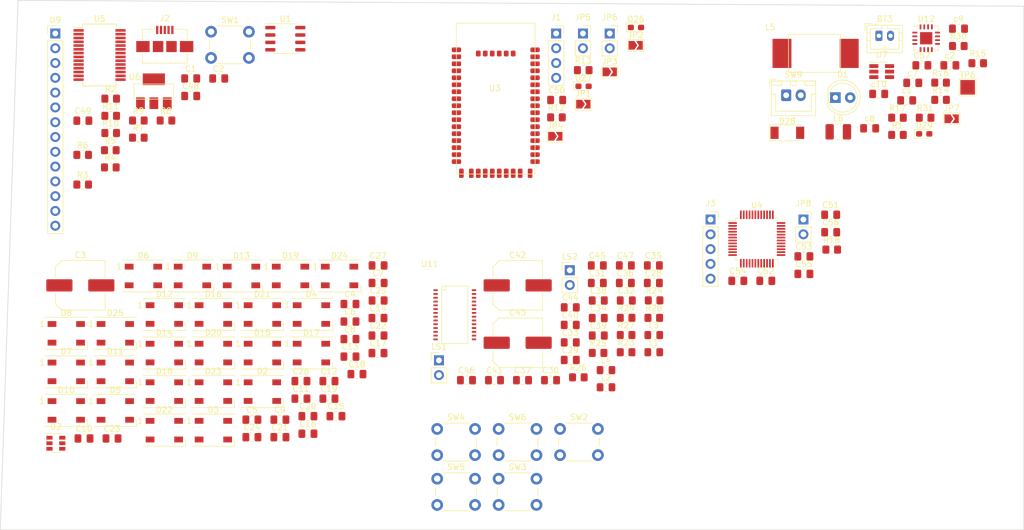
<source format=kicad_pcb>
(kicad_pcb (version 20171130) (host pcbnew "(5.1.8)-1")
  (layers (0 F.Cu signal) (1 In1.Cu power hide) (2 In2.Cu power hide) (31 B.Cu signal) (34 B.Paste user) (35 F.Paste user) (36 B.SilkS user) (37 F.SilkS user) (38 B.Mask user) (39 F.Mask user) (44 Edge.Cuts user))
  (net 0 "")
  (net 1 GND)
  (net 2 "Net-(BT3-Pad1)")
  (net 3 Vbat)
  (net 4 Reset)
  (net 5 "Net-(D28-Pad1)")
  (net 6 +5V)
  (net 7 Vusb)
  (net 8 "Net-(U12-Pad15)")
  (net 9 "Net-(U12-Pad14)")
  (net 10 /L-)
  (net 11 "Net-(C28-Pad1)")
  (net 12 /R-)
  (net 13 "Net-(C29-Pad1)")
  (net 14 /L+)
  (net 15 "Net-(C30-Pad1)")
  (net 16 /R+)
  (net 17 "Net-(C31-Pad1)")
  (net 18 "Net-(C32-Pad1)")
  (net 19 "Net-(C33-Pad1)")
  (net 20 "Net-(C35-Pad2)")
  (net 21 "Net-(C35-Pad1)")
  (net 22 "Net-(C36-Pad2)")
  (net 23 "Net-(C36-Pad1)")
  (net 24 "Net-(C37-Pad2)")
  (net 25 "Net-(C37-Pad1)")
  (net 26 "Net-(C38-Pad2)")
  (net 27 "Net-(C38-Pad1)")
  (net 28 "Net-(C44-Pad2)")
  (net 29 "Net-(C45-Pad1)")
  (net 30 "Net-(C46-Pad2)")
  (net 31 "Net-(C47-Pad1)")
  (net 32 +3V3)
  (net 33 "Net-(C49-Pad1)")
  (net 34 BAT_ADC)
  (net 35 "Net-(D1-Pad2)")
  (net 36 "Net-(D1-Pad1)")
  (net 37 "Net-(D2-Pad2)")
  (net 38 /LEDS/FirstLED)
  (net 39 "Net-(D3-Pad2)")
  (net 40 "Net-(D22-Pad2)")
  (net 41 "Net-(D4-Pad2)")
  (net 42 "Net-(D23-Pad2)")
  (net 43 "Net-(D5-Pad2)")
  (net 44 "Net-(D24-Pad2)")
  (net 45 "Net-(D10-Pad4)")
  (net 46 "Net-(D11-Pad4)")
  (net 47 "Net-(D12-Pad4)")
  (net 48 "Net-(D13-Pad4)")
  (net 49 "Net-(D10-Pad2)")
  (net 50 "Net-(D11-Pad2)")
  (net 51 "Net-(D12-Pad2)")
  (net 52 "Net-(D13-Pad2)")
  (net 53 "Net-(D14-Pad2)")
  (net 54 "Net-(D15-Pad2)")
  (net 55 "Net-(D16-Pad2)")
  (net 56 "Net-(D17-Pad2)")
  (net 57 "Net-(D18-Pad2)")
  (net 58 "Net-(D19-Pad2)")
  (net 59 "Net-(D20-Pad2)")
  (net 60 "Net-(D21-Pad2)")
  (net 61 "Net-(D25-Pad2)")
  (net 62 "Net-(D26-Pad1)")
  (net 63 "Net-(D27-Pad1)")
  (net 64 "Net-(D28-Pad2)")
  (net 65 "Net-(D29-Pad1)")
  (net 66 "Net-(J1-Pad4)")
  (net 67 "Net-(J1-Pad3)")
  (net 68 "Net-(J1-Pad2)")
  (net 69 "Net-(J1-Pad1)")
  (net 70 "Net-(J2-Pad2)")
  (net 71 "Net-(J2-Pad3)")
  (net 72 "Net-(J2-Pad4)")
  (net 73 "Net-(J2-Pad6)")
  (net 74 /STM32G0/SWDIO)
  (net 75 /STM32G0/SWDCLK)
  (net 76 RTS_BT)
  (net 77 CTS_BT)
  (net 78 TX_BT)
  (net 79 RX_BT)
  (net 80 EVENT)
  (net 81 /BT_Audio/FACT_RESET)
  (net 82 "Net-(JP8-Pad2)")
  (net 83 "Net-(L6-Pad2)")
  (net 84 "Net-(L6-Pad1)")
  (net 85 "Net-(R2-Pad1)")
  (net 86 "Net-(R3-Pad1)")
  (net 87 /L_SE)
  (net 88 LCD_rst)
  (net 89 LCD_LED)
  (net 90 "Net-(R11-Pad2)")
  (net 91 "Net-(R10-Pad2)")
  (net 92 /R_SE)
  (net 93 "Net-(R12-Pad1)")
  (net 94 "Net-(R13-Pad1)")
  (net 95 "Net-(R14-Pad2)")
  (net 96 "Net-(R15-Pad2)")
  (net 97 "Net-(R23-Pad1)")
  (net 98 "Net-(R24-Pad1)")
  (net 99 "Net-(R25-Pad1)")
  (net 100 "Net-(R28-Pad1)")
  (net 101 vol+)
  (net 102 vol-)
  (net 103 next)
  (net 104 prev)
  (net 105 pp)
  (net 106 /LEDS/D_LEDS)
  (net 107 "Net-(U3-Pad2)")
  (net 108 "Net-(U3-Pad4)")
  (net 109 MODE)
  (net 110 "Net-(U3-Pad12)")
  (net 111 "Net-(U3-Pad13)")
  (net 112 "Net-(U3-Pad28)")
  (net 113 "Net-(U3-Pad29)")
  (net 114 "Net-(U3-Pad30)")
  (net 115 "Net-(U3-Pad31)")
  (net 116 "Net-(U3-Pad34)")
  (net 117 "Net-(U3-Pad35)")
  (net 118 "Net-(U3-Pad36)")
  (net 119 "Net-(U3-Pad37)")
  (net 120 "Net-(U3-Pad38)")
  (net 121 "Net-(U3-Pad19)")
  (net 122 "Net-(U3-Pad20)")
  (net 123 WAKE)
  (net 124 "Net-(U3-Pad23)")
  (net 125 "Net-(U3-Pad24)")
  (net 126 "Net-(U3-Pad25)")
  (net 127 "Net-(U3-Pad26)")
  (net 128 "Net-(U4-Pad46)")
  (net 129 "Net-(U4-Pad45)")
  (net 130 "Net-(U4-Pad43)")
  (net 131 "Net-(U4-Pad42)")
  (net 132 "Net-(U4-Pad41)")
  (net 133 "Net-(U4-Pad40)")
  (net 134 "Net-(U4-Pad39)")
  (net 135 "Net-(U4-Pad38)")
  (net 136 "Net-(U4-Pad26)")
  (net 137 LCD_DC)
  (net 138 LCD_CS)
  (net 139 LCD_T_Irq)
  (net 140 LCD_T_CS)
  (net 141 LCD_SDI)
  (net 142 LCD_SDO)
  (net 143 LCD_SCK)
  (net 144 RX)
  (net 145 TX)
  (net 146 "Net-(U4-Pad6)")
  (net 147 "Net-(U4-Pad5)")
  (net 148 "Net-(U4-Pad4)")
  (net 149 "Net-(U4-Pad3)")
  (net 150 "Net-(U4-Pad2)")
  (net 151 "Net-(U5-Pad28)")
  (net 152 "Net-(U5-Pad27)")
  (net 153 "Net-(U5-Pad23)")
  (net 154 "Net-(U5-Pad22)")
  (net 155 "Net-(U5-Pad19)")
  (net 156 "Net-(U5-Pad14)")
  (net 157 "Net-(U5-Pad13)")
  (net 158 "Net-(U5-Pad12)")
  (net 159 "Net-(U5-Pad11)")
  (net 160 "Net-(U5-Pad10)")
  (net 161 "Net-(U5-Pad9)")
  (net 162 "Net-(U5-Pad6)")
  (net 163 "Net-(U5-Pad3)")
  (net 164 "Net-(U5-Pad2)")
  (net 165 LCS_rst)
  (net 166 "Net-(U12-Pad10)")
  (module Package_DFN_QFN:QFN-16-1EP_4x4mm_P0.65mm_EP2.1x2.1mm (layer F.Cu) (at 233.164 55.792)
    (fp_text reference U12 (at 0 -3.32) (layer F.SilkS))
    (fp_text value LTC4001)
    (pad 17 smd rect (at 0 0) (size 2.1 2.1) (layers F.Cu F.Mask))
    (pad 16 smd roundrect (at -0.975 -1.95) (size 0.3 0.85) (layers F.Cu F.Paste F.Mask) (net 2 "Net-(BT3-Pad1)"))
    (pad 15 smd roundrect (at -0.325 -1.95) (size 0.3 0.85) (layers F.Cu F.Paste F.Mask) (net 8 "Net-(U12-Pad15)"))
    (pad 14 smd roundrect (at 0.325 -1.95) (size 0.3 0.85) (layers F.Cu F.Paste F.Mask) (net 9 "Net-(U12-Pad14)"))
    (pad 13 smd roundrect (at 0.975 -1.95) (size 0.3 0.85) (layers F.Cu F.Paste F.Mask) (net 95 "Net-(R14-Pad2)"))
    (pad 12 smd roundrect (at 1.95 -0.975) (size 0.85 0.3) (layers F.Cu F.Paste F.Mask) (net 95 "Net-(R14-Pad2)"))
    (pad 11 smd roundrect (at 1.95 -0.325) (size 0.85 0.3) (layers F.Cu F.Paste F.Mask) (net 1 GND))
    (pad 10 smd roundrect (at 1.95 0.325) (size 0.85 0.3) (layers F.Cu F.Paste F.Mask) (net 166 "Net-(U12-Pad10)"))
    (pad 9 smd roundrect (at 1.95 0.975) (size 0.85 0.3) (layers F.Cu F.Paste F.Mask) (net 7 Vusb))
    (pad 8 smd roundrect (at 0.975 1.95) (size 0.3 0.85) (layers F.Cu F.Paste F.Mask) (net 7 Vusb))
    (pad 7 smd roundrect (at 0.325 1.95) (size 0.3 0.85) (layers F.Cu F.Paste F.Mask) (net 36 "Net-(D1-Pad1)"))
    (pad 6 smd roundrect (at -0.325 1.95) (size 0.3 0.85) (layers F.Cu F.Paste F.Mask) (net 1 GND))
    (pad 5 smd roundrect (at -0.975 1.95) (size 0.3 0.85) (layers F.Cu F.Paste F.Mask) (net 84 "Net-(L6-Pad1)"))
    (pad 4 smd roundrect (at -1.95 0.975) (size 0.85 0.3) (layers F.Cu F.Paste F.Mask) (net 1 GND))
    (pad 3 smd roundrect (at -1.95 0.325) (size 0.85 0.3) (layers F.Cu F.Paste F.Mask) (net 1 GND))
    (pad 2 smd roundrect (at -1.95 -0.325) (size 0.85 0.3) (layers F.Cu F.Paste F.Mask) (net 83 "Net-(L6-Pad2)"))
    (pad 1 smd roundrect (at -1.95 -0.975) (size 0.85 0.3) (layers F.Cu F.Paste F.Mask) (net 2 "Net-(BT3-Pad1)"))
  )
  (module Robbe_modules:tpa3140 (layer F.Cu) (at 147.918999 94.056999)
    (fp_text reference U11 (at 0 0.5) (layer F.SilkS))
    (fp_text value tpa3140)
    (pad 24 smd rect (at 7.6 7.6) (size 0.75 0.3) (layers F.Cu F.Paste F.Mask) (net 1 GND))
    (pad 26 smd rect (at 7.6 6.3) (size 0.75 0.3) (layers F.Cu F.Paste F.Mask) (net 27 "Net-(C38-Pad1)"))
    (pad 25 smd rect (at 7.6 6.95) (size 0.75 0.3) (layers F.Cu F.Paste F.Mask) (net 26 "Net-(C38-Pad2)"))
    (pad 23 smd rect (at 7.6 8.25) (size 0.75 0.3) (layers F.Cu F.Paste F.Mask) (net 20 "Net-(C35-Pad2)"))
    (pad 22 smd rect (at 7.6 8.9) (size 0.75 0.3) (layers F.Cu F.Paste F.Mask) (net 21 "Net-(C35-Pad1)"))
    (pad 21 smd rect (at 7.6 9.55) (size 0.75 0.3) (layers F.Cu F.Paste F.Mask) (net 23 "Net-(C36-Pad1)"))
    (pad 27 smd rect (at 7.6 5.65) (size 0.75 0.3) (layers F.Cu F.Paste F.Mask) (net 6 +5V))
    (pad 19 smd rect (at 7.6 10.85) (size 0.75 0.3) (layers F.Cu F.Paste F.Mask) (net 1 GND))
    (pad 20 smd rect (at 7.6 10.2) (size 0.75 0.3) (layers F.Cu F.Paste F.Mask) (net 22 "Net-(C36-Pad2)"))
    (pad 18 smd rect (at 7.6 11.5) (size 0.75 0.3) (layers F.Cu F.Paste F.Mask) (net 24 "Net-(C37-Pad2)"))
    (pad 15 smd rect (at 7.6 13.45) (size 0.75 0.3) (layers F.Cu F.Paste F.Mask) (net 6 +5V))
    (pad 17 smd rect (at 7.6 12.15) (size 0.75 0.3) (layers F.Cu F.Paste F.Mask) (net 25 "Net-(C37-Pad1)"))
    (pad 16 smd rect (at 7.6 12.8) (size 0.75 0.3) (layers F.Cu F.Paste F.Mask) (net 6 +5V))
    (pad 28 smd rect (at 7.6 5) (size 0.75 0.3) (layers F.Cu F.Paste F.Mask) (net 6 +5V))
    (pad 14 smd rect (at 1 13.45) (size 0.75 0.3) (layers F.Cu F.Paste F.Mask) (net 19 "Net-(C33-Pad1)"))
    (pad 13 smd rect (at 1 12.8) (size 0.75 0.3) (layers F.Cu F.Paste F.Mask) (net 1 GND))
    (pad 12 smd rect (at 1 12.15) (size 0.75 0.3) (layers F.Cu F.Paste F.Mask) (net 17 "Net-(C31-Pad1)"))
    (pad 11 smd rect (at 1 11.5) (size 0.75 0.3) (layers F.Cu F.Paste F.Mask) (net 13 "Net-(C29-Pad1)"))
    (pad 10 smd rect (at 1 10.85) (size 0.75 0.3) (layers F.Cu F.Paste F.Mask) (net 1 GND))
    (pad 9 smd rect (at 1 10.2) (size 0.75 0.3) (layers F.Cu F.Paste F.Mask) (net 18 "Net-(C32-Pad1)"))
    (pad 8 smd rect (at 1 9.55) (size 0.75 0.3) (layers F.Cu F.Paste F.Mask) (net 97 "Net-(R23-Pad1)"))
    (pad 7 smd rect (at 1 8.9) (size 0.75 0.3) (layers F.Cu F.Paste F.Mask) (net 99 "Net-(R25-Pad1)"))
    (pad 6 smd rect (at 1 8.25) (size 0.75 0.3) (layers F.Cu F.Paste F.Mask) (net 98 "Net-(R24-Pad1)"))
    (pad 5 smd rect (at 1 7.6) (size 0.75 0.3) (layers F.Cu F.Paste F.Mask) (net 18 "Net-(C32-Pad1)"))
    (pad 4 smd rect (at 1 6.95) (size 0.75 0.3) (layers F.Cu F.Paste F.Mask) (net 11 "Net-(C28-Pad1)"))
    (pad 3 smd rect (at 1 6.3) (size 0.75 0.3) (layers F.Cu F.Paste F.Mask) (net 15 "Net-(C30-Pad1)"))
    (pad 2 smd rect (at 1 5.65) (size 0.75 0.3) (layers F.Cu F.Paste F.Mask) (net 100 "Net-(R28-Pad1)"))
    (pad 1 smd rect (at 1 5) (size 0.75 0.3) (layers F.Cu F.Paste F.Mask) (net 100 "Net-(R28-Pad1)"))
  )
  (module Connector_PinHeader_2.54mm:PinHeader_1x14_P2.54mm_Vertical (layer F.Cu) (at 83.614 54.972)
    (fp_text reference U9 (at 0 -2.33) (layer F.SilkS))
    (fp_text value Spi_header)
    (pad 14 thru_hole oval (at 0 33.02) (size 1.7 1.7) (drill 1) (layers *.Cu *.Mask) (net 139 LCD_T_Irq))
    (pad 13 thru_hole oval (at 0 30.48) (size 1.7 1.7) (drill 1) (layers *.Cu *.Mask) (net 142 LCD_SDO))
    (pad 12 thru_hole oval (at 0 27.94) (size 1.7 1.7) (drill 1) (layers *.Cu *.Mask) (net 141 LCD_SDI))
    (pad 11 thru_hole oval (at 0 25.4) (size 1.7 1.7) (drill 1) (layers *.Cu *.Mask) (net 140 LCD_T_CS))
    (pad 10 thru_hole oval (at 0 22.86) (size 1.7 1.7) (drill 1) (layers *.Cu *.Mask) (net 143 LCD_SCK))
    (pad 9 thru_hole oval (at 0 20.32) (size 1.7 1.7) (drill 1) (layers *.Cu *.Mask) (net 142 LCD_SDO))
    (pad 8 thru_hole oval (at 0 17.78) (size 1.7 1.7) (drill 1) (layers *.Cu *.Mask) (net 89 LCD_LED))
    (pad 7 thru_hole oval (at 0 15.24) (size 1.7 1.7) (drill 1) (layers *.Cu *.Mask) (net 143 LCD_SCK))
    (pad 6 thru_hole oval (at 0 12.7) (size 1.7 1.7) (drill 1) (layers *.Cu *.Mask) (net 141 LCD_SDI))
    (pad 5 thru_hole oval (at 0 10.16) (size 1.7 1.7) (drill 1) (layers *.Cu *.Mask) (net 137 LCD_DC))
    (pad 4 thru_hole oval (at 0 7.62) (size 1.7 1.7) (drill 1) (layers *.Cu *.Mask) (net 165 LCS_rst))
    (pad 3 thru_hole oval (at 0 5.08) (size 1.7 1.7) (drill 1) (layers *.Cu *.Mask) (net 138 LCD_CS))
    (pad 2 thru_hole oval (at 0 2.54) (size 1.7 1.7) (drill 1) (layers *.Cu *.Mask) (net 1 GND))
    (pad 1 thru_hole rect (at 0 0) (size 1.7 1.7) (drill 1) (layers *.Cu *.Mask) (net 32 +3V3))
  )
  (module Package_TO_SOT_SMD:SOT-23-6_Handsoldering (layer F.Cu) (at 225.524 61.522)
    (fp_text reference U7 (at 0 -2.9) (layer F.SilkS))
    (fp_text value TLV61048)
    (pad 5 smd rect (at 1.35 0) (size 1.56 0.65) (layers F.Cu F.Paste F.Mask) (net 3 Vbat))
    (pad 6 smd rect (at 1.35 -0.95) (size 1.56 0.65) (layers F.Cu F.Paste F.Mask) (net 1 GND))
    (pad 4 smd rect (at 1.35 0.95) (size 1.56 0.65) (layers F.Cu F.Paste F.Mask) (net 3 Vbat))
    (pad 3 smd rect (at -1.35 0.95) (size 1.56 0.65) (layers F.Cu F.Paste F.Mask) (net 96 "Net-(R15-Pad2)"))
    (pad 2 smd rect (at -1.35 0) (size 1.56 0.65) (layers F.Cu F.Paste F.Mask) (net 1 GND))
    (pad 1 smd rect (at -1.35 -0.95) (size 1.56 0.65) (layers F.Cu F.Paste F.Mask) (net 64 "Net-(D28-Pad2)"))
  )
  (module Robbe_modules:LM1117 (layer F.Cu) (at 97.238999 61.946999)
    (fp_text reference U6 (at 0 0.5) (layer F.SilkS))
    (fp_text value LM1117-3.3)
    (pad 2 smd rect (at 3.3 0.889) (size 3.8 2) (layers F.Cu F.Paste F.Mask) (net 32 +3V3))
    (pad 3 smd rect (at 5.6 5) (size 1.5 2) (layers F.Cu F.Paste F.Mask) (net 6 +5V))
    (pad 2 smd rect (at 3.3 5) (size 1.5 2) (layers F.Cu F.Paste F.Mask) (net 32 +3V3))
    (pad 1 smd rect (at 1 5) (size 1.5 2) (layers F.Cu F.Paste F.Mask) (net 1 GND))
  )
  (module Package_SO:SSOP-28_5.3x10.2mm_P0.65mm (layer F.Cu) (at 91.214 58.672)
    (fp_text reference U5 (at 0 -6.25) (layer F.SilkS))
    (fp_text value FT232RL)
    (pad 28 smd rect (at 3.6 -4.225) (size 1.75 0.45) (layers F.Cu F.Paste F.Mask) (net 151 "Net-(U5-Pad28)"))
    (pad 27 smd rect (at 3.6 -3.575) (size 1.75 0.45) (layers F.Cu F.Paste F.Mask) (net 152 "Net-(U5-Pad27)"))
    (pad 26 smd rect (at 3.6 -2.925) (size 1.75 0.45) (layers F.Cu F.Paste F.Mask) (net 1 GND))
    (pad 25 smd rect (at 3.6 -2.275) (size 1.75 0.45) (layers F.Cu F.Paste F.Mask) (net 1 GND))
    (pad 24 smd rect (at 3.6 -1.625) (size 1.75 0.45) (layers F.Cu F.Paste F.Mask))
    (pad 23 smd rect (at 3.6 -0.975) (size 1.75 0.45) (layers F.Cu F.Paste F.Mask) (net 153 "Net-(U5-Pad23)"))
    (pad 22 smd rect (at 3.6 -0.325) (size 1.75 0.45) (layers F.Cu F.Paste F.Mask) (net 154 "Net-(U5-Pad22)"))
    (pad 21 smd rect (at 3.6 0.325) (size 1.75 0.45) (layers F.Cu F.Paste F.Mask) (net 1 GND))
    (pad 20 smd rect (at 3.6 0.975) (size 1.75 0.45) (layers F.Cu F.Paste F.Mask) (net 32 +3V3))
    (pad 19 smd rect (at 3.6 1.625) (size 1.75 0.45) (layers F.Cu F.Paste F.Mask) (net 155 "Net-(U5-Pad19)"))
    (pad 18 smd rect (at 3.6 2.275) (size 1.75 0.45) (layers F.Cu F.Paste F.Mask) (net 1 GND))
    (pad 17 smd rect (at 3.6 2.925) (size 1.75 0.45) (layers F.Cu F.Paste F.Mask) (net 33 "Net-(C49-Pad1)"))
    (pad 16 smd rect (at 3.6 3.575) (size 1.75 0.45) (layers F.Cu F.Paste F.Mask) (net 70 "Net-(J2-Pad2)"))
    (pad 15 smd rect (at 3.6 4.225) (size 1.75 0.45) (layers F.Cu F.Paste F.Mask) (net 71 "Net-(J2-Pad3)"))
    (pad 14 smd rect (at -3.6 4.225) (size 1.75 0.45) (layers F.Cu F.Paste F.Mask) (net 156 "Net-(U5-Pad14)"))
    (pad 13 smd rect (at -3.6 3.575) (size 1.75 0.45) (layers F.Cu F.Paste F.Mask) (net 157 "Net-(U5-Pad13)"))
    (pad 12 smd rect (at -3.6 2.925) (size 1.75 0.45) (layers F.Cu F.Paste F.Mask) (net 158 "Net-(U5-Pad12)"))
    (pad 11 smd rect (at -3.6 2.275) (size 1.75 0.45) (layers F.Cu F.Paste F.Mask) (net 159 "Net-(U5-Pad11)"))
    (pad 10 smd rect (at -3.6 1.625) (size 1.75 0.45) (layers F.Cu F.Paste F.Mask) (net 160 "Net-(U5-Pad10)"))
    (pad 9 smd rect (at -3.6 0.975) (size 1.75 0.45) (layers F.Cu F.Paste F.Mask) (net 161 "Net-(U5-Pad9)"))
    (pad 8 smd rect (at -3.6 0.325) (size 1.75 0.45) (layers F.Cu F.Paste F.Mask))
    (pad 7 smd rect (at -3.6 -0.325) (size 1.75 0.45) (layers F.Cu F.Paste F.Mask) (net 1 GND))
    (pad 6 smd rect (at -3.6 -0.975) (size 1.75 0.45) (layers F.Cu F.Paste F.Mask) (net 162 "Net-(U5-Pad6)"))
    (pad 5 smd rect (at -3.6 -1.625) (size 1.75 0.45) (layers F.Cu F.Paste F.Mask) (net 145 TX))
    (pad 4 smd rect (at -3.6 -2.275) (size 1.75 0.45) (layers F.Cu F.Paste F.Mask) (net 32 +3V3))
    (pad 3 smd rect (at -3.6 -2.925) (size 1.75 0.45) (layers F.Cu F.Paste F.Mask) (net 163 "Net-(U5-Pad3)"))
    (pad 2 smd rect (at -3.6 -3.575) (size 1.75 0.45) (layers F.Cu F.Paste F.Mask) (net 164 "Net-(U5-Pad2)"))
    (pad 1 smd rect (at -3.6 -4.225) (size 1.75 0.45) (layers F.Cu F.Paste F.Mask) (net 144 RX))
  )
  (module Package_QFP:LQFP-48_7x7mm_P0.5mm (layer F.Cu) (at 204.084 90.272)
    (fp_text reference U4 (at 0 -5.85) (layer F.SilkS))
    (fp_text value STM32L443CCTx)
    (pad 48 smd roundrect (at -2.75 -4.1625) (size 0.3 1.475) (layers F.Cu F.Paste F.Mask) (net 32 +3V3))
    (pad 47 smd roundrect (at -2.25 -4.1625) (size 0.3 1.475) (layers F.Cu F.Paste F.Mask) (net 1 GND))
    (pad 46 smd roundrect (at -1.75 -4.1625) (size 0.3 1.475) (layers F.Cu F.Paste F.Mask) (net 128 "Net-(U4-Pad46)"))
    (pad 45 smd roundrect (at -1.25 -4.1625) (size 0.3 1.475) (layers F.Cu F.Paste F.Mask) (net 129 "Net-(U4-Pad45)"))
    (pad 44 smd roundrect (at -0.75 -4.1625) (size 0.3 1.475) (layers F.Cu F.Paste F.Mask) (net 82 "Net-(JP8-Pad2)"))
    (pad 43 smd roundrect (at -0.25 -4.1625) (size 0.3 1.475) (layers F.Cu F.Paste F.Mask) (net 130 "Net-(U4-Pad43)"))
    (pad 42 smd roundrect (at 0.25 -4.1625) (size 0.3 1.475) (layers F.Cu F.Paste F.Mask) (net 131 "Net-(U4-Pad42)"))
    (pad 41 smd roundrect (at 0.75 -4.1625) (size 0.3 1.475) (layers F.Cu F.Paste F.Mask) (net 132 "Net-(U4-Pad41)"))
    (pad 40 smd roundrect (at 1.25 -4.1625) (size 0.3 1.475) (layers F.Cu F.Paste F.Mask) (net 133 "Net-(U4-Pad40)"))
    (pad 39 smd roundrect (at 1.75 -4.1625) (size 0.3 1.475) (layers F.Cu F.Paste F.Mask) (net 134 "Net-(U4-Pad39)"))
    (pad 38 smd roundrect (at 2.25 -4.1625) (size 0.3 1.475) (layers F.Cu F.Paste F.Mask) (net 135 "Net-(U4-Pad38)"))
    (pad 37 smd roundrect (at 2.75 -4.1625) (size 0.3 1.475) (layers F.Cu F.Paste F.Mask) (net 75 /STM32G0/SWDCLK))
    (pad 36 smd roundrect (at 4.1625 -2.75) (size 1.475 0.3) (layers F.Cu F.Paste F.Mask) (net 32 +3V3))
    (pad 35 smd roundrect (at 4.1625 -2.25) (size 1.475 0.3) (layers F.Cu F.Paste F.Mask) (net 1 GND))
    (pad 34 smd roundrect (at 4.1625 -1.75) (size 1.475 0.3) (layers F.Cu F.Paste F.Mask) (net 74 /STM32G0/SWDIO))
    (pad 33 smd roundrect (at 4.1625 -1.25) (size 1.475 0.3) (layers F.Cu F.Paste F.Mask) (net 77 CTS_BT))
    (pad 32 smd roundrect (at 4.1625 -0.75) (size 1.475 0.3) (layers F.Cu F.Paste F.Mask) (net 76 RTS_BT))
    (pad 31 smd roundrect (at 4.1625 -0.25) (size 1.475 0.3) (layers F.Cu F.Paste F.Mask) (net 78 TX_BT))
    (pad 30 smd roundrect (at 4.1625 0.25) (size 1.475 0.3) (layers F.Cu F.Paste F.Mask) (net 79 RX_BT))
    (pad 29 smd roundrect (at 4.1625 0.75) (size 1.475 0.3) (layers F.Cu F.Paste F.Mask) (net 109 MODE))
    (pad 28 smd roundrect (at 4.1625 1.25) (size 1.475 0.3) (layers F.Cu F.Paste F.Mask) (net 123 WAKE))
    (pad 27 smd roundrect (at 4.1625 1.75) (size 1.475 0.3) (layers F.Cu F.Paste F.Mask) (net 80 EVENT))
    (pad 26 smd roundrect (at 4.1625 2.25) (size 1.475 0.3) (layers F.Cu F.Paste F.Mask) (net 136 "Net-(U4-Pad26)"))
    (pad 25 smd roundrect (at 4.1625 2.75) (size 1.475 0.3) (layers F.Cu F.Paste F.Mask) (net 137 LCD_DC))
    (pad 24 smd roundrect (at 2.75 4.1625) (size 0.3 1.475) (layers F.Cu F.Paste F.Mask) (net 32 +3V3))
    (pad 23 smd roundrect (at 2.25 4.1625) (size 0.3 1.475) (layers F.Cu F.Paste F.Mask) (net 1 GND))
    (pad 22 smd roundrect (at 1.75 4.1625) (size 0.3 1.475) (layers F.Cu F.Paste F.Mask) (net 138 LCD_CS))
    (pad 21 smd roundrect (at 1.25 4.1625) (size 0.3 1.475) (layers F.Cu F.Paste F.Mask) (net 139 LCD_T_Irq))
    (pad 20 smd roundrect (at 0.75 4.1625) (size 0.3 1.475) (layers F.Cu F.Paste F.Mask) (net 89 LCD_LED))
    (pad 19 smd roundrect (at 0.25 4.1625) (size 0.3 1.475) (layers F.Cu F.Paste F.Mask) (net 140 LCD_T_CS))
    (pad 18 smd roundrect (at -0.25 4.1625) (size 0.3 1.475) (layers F.Cu F.Paste F.Mask) (net 34 BAT_ADC))
    (pad 17 smd roundrect (at -0.75 4.1625) (size 0.3 1.475) (layers F.Cu F.Paste F.Mask) (net 141 LCD_SDI))
    (pad 16 smd roundrect (at -1.25 4.1625) (size 0.3 1.475) (layers F.Cu F.Paste F.Mask) (net 142 LCD_SDO))
    (pad 15 smd roundrect (at -1.75 4.1625) (size 0.3 1.475) (layers F.Cu F.Paste F.Mask) (net 143 LCD_SCK))
    (pad 14 smd roundrect (at -2.25 4.1625) (size 0.3 1.475) (layers F.Cu F.Paste F.Mask) (net 88 LCD_rst))
    (pad 13 smd roundrect (at -2.75 4.1625) (size 0.3 1.475) (layers F.Cu F.Paste F.Mask) (net 144 RX))
    (pad 12 smd roundrect (at -4.1625 2.75) (size 1.475 0.3) (layers F.Cu F.Paste F.Mask) (net 145 TX))
    (pad 11 smd roundrect (at -4.1625 2.25) (size 1.475 0.3) (layers F.Cu F.Paste F.Mask) (net 92 /R_SE))
    (pad 10 smd roundrect (at -4.1625 1.75) (size 1.475 0.3) (layers F.Cu F.Paste F.Mask) (net 87 /L_SE))
    (pad 9 smd roundrect (at -4.1625 1.25) (size 1.475 0.3) (layers F.Cu F.Paste F.Mask) (net 32 +3V3))
    (pad 8 smd roundrect (at -4.1625 0.75) (size 1.475 0.3) (layers F.Cu F.Paste F.Mask) (net 1 GND))
    (pad 7 smd roundrect (at -4.1625 0.25) (size 1.475 0.3) (layers F.Cu F.Paste F.Mask) (net 4 Reset))
    (pad 6 smd roundrect (at -4.1625 -0.25) (size 1.475 0.3) (layers F.Cu F.Paste F.Mask) (net 146 "Net-(U4-Pad6)"))
    (pad 5 smd roundrect (at -4.1625 -0.75) (size 1.475 0.3) (layers F.Cu F.Paste F.Mask) (net 147 "Net-(U4-Pad5)"))
    (pad 4 smd roundrect (at -4.1625 -1.25) (size 1.475 0.3) (layers F.Cu F.Paste F.Mask) (net 148 "Net-(U4-Pad4)"))
    (pad 3 smd roundrect (at -4.1625 -1.75) (size 1.475 0.3) (layers F.Cu F.Paste F.Mask) (net 149 "Net-(U4-Pad3)"))
    (pad 2 smd roundrect (at -4.1625 -2.25) (size 1.475 0.3) (layers F.Cu F.Paste F.Mask) (net 150 "Net-(U4-Pad2)"))
    (pad 1 smd roundrect (at -4.1625 -2.75) (size 1.475 0.3) (layers F.Cu F.Paste F.Mask) (net 32 +3V3))
  )
  (module Robbe_modules:RN52 (layer F.Cu) (at 152.498999 79.115)
    (fp_text reference U3 (at 6.604 -14.732) (layer F.SilkS))
    (fp_text value RN52)
    (pad 1 smd roundrect (at 0 -21.336) (size 1.6 0.8) (layers F.Cu F.Paste F.Mask) (net 1 GND))
    (pad 2 smd roundrect (at 0 -20.136) (size 1.6 0.8) (layers F.Cu F.Paste F.Mask) (net 107 "Net-(U3-Pad2)"))
    (pad 3 smd roundrect (at 0 -18.936) (size 1.6 0.8) (layers F.Cu F.Paste F.Mask) (net 80 EVENT))
    (pad 4 smd roundrect (at 0 -17.736) (size 1.6 0.8) (layers F.Cu F.Paste F.Mask) (net 108 "Net-(U3-Pad4)"))
    (pad 5 smd roundrect (at 0 -16.536) (size 1.6 0.8) (layers F.Cu F.Paste F.Mask) (net 81 /BT_Audio/FACT_RESET))
    (pad 6 smd roundrect (at 0 -15.336) (size 1.6 0.8) (layers F.Cu F.Paste F.Mask) (net 101 vol+))
    (pad 7 smd roundrect (at 0 -14.136) (size 1.6 0.8) (layers F.Cu F.Paste F.Mask) (net 103 next))
    (pad 8 smd roundrect (at 0 -12.936) (size 1.6 0.8) (layers F.Cu F.Paste F.Mask) (net 105 pp))
    (pad 9 smd roundrect (at 0 -11.736) (size 1.6 0.8) (layers F.Cu F.Paste F.Mask) (net 104 prev))
    (pad 10 smd roundrect (at 0 -10.536) (size 1.6 0.8) (layers F.Cu F.Paste F.Mask) (net 102 vol-))
    (pad 11 smd roundrect (at 0 -9.336) (size 1.6 0.8) (layers F.Cu F.Paste F.Mask) (net 109 MODE))
    (pad 12 smd roundrect (at 0 -8.136) (size 1.6 0.8) (layers F.Cu F.Paste F.Mask) (net 110 "Net-(U3-Pad12)"))
    (pad 13 smd roundrect (at 0 -6.936) (size 1.6 0.8) (layers F.Cu F.Paste F.Mask) (net 111 "Net-(U3-Pad13)"))
    (pad 14 smd roundrect (at 0 -5.736) (size 1.6 0.8) (layers F.Cu F.Paste F.Mask) (net 69 "Net-(J1-Pad1)"))
    (pad 15 smd roundrect (at 0 -4.536) (size 1.6 0.8) (layers F.Cu F.Paste F.Mask) (net 68 "Net-(J1-Pad2)"))
    (pad 16 smd roundrect (at 0 -3.336) (size 1.6 0.8) (layers F.Cu F.Paste F.Mask) (net 67 "Net-(J1-Pad3)"))
    (pad 17 smd roundrect (at 0 -2.136) (size 1.6 0.8) (layers F.Cu F.Paste F.Mask) (net 66 "Net-(J1-Pad4)"))
    (pad 28 smd roundrect (at 13.5 -2.136) (size 1.6 0.8) (layers F.Cu F.Paste F.Mask) (net 112 "Net-(U3-Pad28)"))
    (pad 29 smd roundrect (at 13.5 -3.336) (size 1.6 0.8) (layers F.Cu F.Paste F.Mask) (net 113 "Net-(U3-Pad29)"))
    (pad 30 smd roundrect (at 13.5 -4.536) (size 1.6 0.8) (layers F.Cu F.Paste F.Mask) (net 114 "Net-(U3-Pad30)"))
    (pad 31 smd roundrect (at 13.5 -5.736) (size 1.6 0.8) (layers F.Cu F.Paste F.Mask) (net 115 "Net-(U3-Pad31)"))
    (pad 32 smd roundrect (at 13.5 -6.936) (size 1.6 0.8) (layers F.Cu F.Paste F.Mask) (net 94 "Net-(R13-Pad1)"))
    (pad 33 smd roundrect (at 13.5 -8.136) (size 1.6 0.8) (layers F.Cu F.Paste F.Mask) (net 93 "Net-(R12-Pad1)"))
    (pad 34 smd roundrect (at 13.5 -9.336) (size 1.6 0.8) (layers F.Cu F.Paste F.Mask) (net 116 "Net-(U3-Pad34)"))
    (pad 35 smd roundrect (at 13.5 -10.536) (size 1.6 0.8) (layers F.Cu F.Paste F.Mask) (net 117 "Net-(U3-Pad35)"))
    (pad 36 smd roundrect (at 13.5 -11.736) (size 1.6 0.8) (layers F.Cu F.Paste F.Mask) (net 118 "Net-(U3-Pad36)"))
    (pad 37 smd roundrect (at 13.5 -12.936) (size 1.6 0.8) (layers F.Cu F.Paste F.Mask) (net 119 "Net-(U3-Pad37)"))
    (pad 38 smd roundrect (at 13.5 -14.136) (size 1.6 0.8) (layers F.Cu F.Paste F.Mask) (net 120 "Net-(U3-Pad38)"))
    (pad 39 smd roundrect (at 13.5 -15.336) (size 1.6 0.8) (layers F.Cu F.Paste F.Mask) (net 1 GND))
    (pad 40 smd roundrect (at 13.5 -16.536) (size 1.6 0.8) (layers F.Cu F.Paste F.Mask) (net 12 /R-))
    (pad 41 smd roundrect (at 13.5 -17.736) (size 1.6 0.8) (layers F.Cu F.Paste F.Mask) (net 10 /L-))
    (pad 42 smd roundrect (at 13.5 -18.936) (size 1.6 0.8) (layers F.Cu F.Paste F.Mask) (net 16 /R+))
    (pad 43 smd roundrect (at 13.5 -20.136) (size 1.6 0.8) (layers F.Cu F.Paste F.Mask) (net 14 /L+))
    (pad 44 smd roundrect (at 13.5 -21.336) (size 1.6 0.8) (layers F.Cu F.Paste F.Mask) (net 1 GND))
    (pad 18 smd roundrect (at 0.85 -0.136 90) (size 1.6 0.8) (layers F.Cu F.Paste F.Mask) (net 1 GND))
    (pad 19 smd roundrect (at 2.55 -0.136 90) (size 1.6 0.8) (layers F.Cu F.Paste F.Mask) (net 121 "Net-(U3-Pad19)"))
    (pad 20 smd roundrect (at 3.75 -0.136 90) (size 1.6 0.8) (layers F.Cu F.Paste F.Mask) (net 122 "Net-(U3-Pad20)"))
    (pad 21 smd roundrect (at 4.95 -0.136 90) (size 1.6 0.8) (layers F.Cu F.Paste F.Mask) (net 123 WAKE))
    (pad 22 smd roundrect (at 6.15 -0.136 90) (size 1.6 0.8) (layers F.Cu F.Paste F.Mask) (net 32 +3V3))
    (pad 23 smd roundrect (at 7.35 -0.136 90) (size 1.6 0.8) (layers F.Cu F.Paste F.Mask) (net 124 "Net-(U3-Pad23)"))
    (pad 24 smd roundrect (at 8.55 -0.136 90) (size 1.6 0.8) (layers F.Cu F.Paste F.Mask) (net 125 "Net-(U3-Pad24)"))
    (pad 25 smd roundrect (at 9.75 -0.136 90) (size 1.6 0.8) (layers F.Cu F.Paste F.Mask) (net 126 "Net-(U3-Pad25)"))
    (pad 26 smd roundrect (at 10.95 -0.136 90) (size 1.6 0.8) (layers F.Cu F.Paste F.Mask) (net 127 "Net-(U3-Pad26)"))
    (pad 27 smd roundrect (at 12.65 -0.136 90) (size 1.6 0.8) (layers F.Cu F.Paste F.Mask) (net 1 GND))
    (pad 45 smd roundrect (at 9.75 -20.7 90) (size 1 0.8) (layers F.Cu F.Paste F.Mask) (net 1 GND))
    (pad 46 smd roundrect (at 8.55 -20.7 90) (size 1 0.8) (layers F.Cu F.Paste F.Mask) (net 1 GND))
    (pad 47 smd roundrect (at 7.35 -20.7 90) (size 1 0.8) (layers F.Cu F.Paste F.Mask) (net 1 GND))
    (pad 48 smd roundrect (at 6.15 -20.7 90) (size 1 0.8) (layers F.Cu F.Paste F.Mask) (net 1 GND))
    (pad 49 smd roundrect (at 4.95 -20.7 90) (size 1 0.8) (layers F.Cu F.Paste F.Mask) (net 1 GND))
    (pad 50 smd roundrect (at 3.75 -20.7 90) (size 1 0.8) (layers F.Cu F.Paste F.Mask) (net 1 GND))
  )
  (module Package_TO_SOT_SMD:SOT-23-6 (layer F.Cu) (at 83.714 125.342)
    (fp_text reference U2 (at 0 -2.9) (layer F.SilkS))
    (fp_text value SN74LVC1T45DBV)
    (pad 5 smd rect (at 1.1 0) (size 1.06 0.65) (layers F.Cu F.Paste F.Mask) (net 32 +3V3))
    (pad 6 smd rect (at 1.1 -0.95) (size 1.06 0.65) (layers F.Cu F.Paste F.Mask) (net 6 +5V))
    (pad 4 smd rect (at 1.1 0.95) (size 1.06 0.65) (layers F.Cu F.Paste F.Mask) (net 38 /LEDS/FirstLED))
    (pad 3 smd rect (at -1.1 0.95) (size 1.06 0.65) (layers F.Cu F.Paste F.Mask) (net 106 /LEDS/D_LEDS))
    (pad 2 smd rect (at -1.1 0) (size 1.06 0.65) (layers F.Cu F.Paste F.Mask) (net 1 GND))
    (pad 1 smd rect (at -1.1 -0.95) (size 1.06 0.65) (layers F.Cu F.Paste F.Mask) (net 32 +3V3))
  )
  (module Package_SO:SO-8_3.9x4.9mm_P1.27mm (layer F.Cu) (at 123.114 55.872)
    (fp_text reference U1 (at 0 -3.4) (layer F.SilkS))
    (fp_text value TL072)
    (pad 8 smd roundrect (at 2.575 -1.905) (size 1.75 0.6) (layers F.Cu F.Paste F.Mask) (net 32 +3V3))
    (pad 7 smd roundrect (at 2.575 -0.635) (size 1.75 0.6) (layers F.Cu F.Paste F.Mask) (net 92 /R_SE))
    (pad 6 smd roundrect (at 2.575 0.635) (size 1.75 0.6) (layers F.Cu F.Paste F.Mask) (net 91 "Net-(R10-Pad2)"))
    (pad 5 smd roundrect (at 2.575 1.905) (size 1.75 0.6) (layers F.Cu F.Paste F.Mask) (net 90 "Net-(R11-Pad2)"))
    (pad 4 smd roundrect (at -2.575 1.905) (size 1.75 0.6) (layers F.Cu F.Paste F.Mask) (net 1 GND))
    (pad 3 smd roundrect (at -2.575 0.635) (size 1.75 0.6) (layers F.Cu F.Paste F.Mask) (net 85 "Net-(R2-Pad1)"))
    (pad 2 smd roundrect (at -2.575 -0.635) (size 1.75 0.6) (layers F.Cu F.Paste F.Mask) (net 86 "Net-(R3-Pad1)"))
    (pad 1 smd roundrect (at -2.575 -1.905) (size 1.75 0.6) (layers F.Cu F.Paste F.Mask) (net 87 /L_SE))
  )
  (module TestPoint:TestPoint_Pad_2.5x2.5mm (layer F.Cu) (at 240.284 64.222)
    (fp_text reference TP6 (at 0 -2.148) (layer F.SilkS))
    (fp_text value TestPoint)
    (pad 1 smd rect (at 0 0) (size 2.5 2.5) (layers F.Cu F.Mask) (net 34 BAT_ADC))
  )
  (module Connector_JST:JST_XH_B2B-XH-A_1x02_P2.50mm_Vertical (layer F.Cu) (at 209.124 65.582)
    (fp_text reference SW9 (at 1.25 -3.55) (layer F.SilkS))
    (fp_text value Switch)
    (pad 2 thru_hole oval (at 2.5 0) (size 1.7 2) (drill 1) (layers *.Cu *.Mask) (net 2 "Net-(BT3-Pad1)"))
    (pad 1 thru_hole roundrect (at 0 0) (size 1.7 2) (drill 1) (layers *.Cu *.Mask) (roundrect_rratio 0.147059) (net 3 Vbat))
  )
  (module Button_Switch_THT:SW_PUSH_6mm_H7.3mm (layer F.Cu) (at 159.744 122.882)
    (fp_text reference SW6 (at 3.25 -2) (layer F.SilkS))
    (fp_text value SW_Push)
    (pad 1 thru_hole circle (at 6.5 0 90) (size 2 2) (drill 1.1) (layers *.Cu *.Mask) (net 1 GND))
    (pad 2 thru_hole circle (at 6.5 4.5 90) (size 2 2) (drill 1.1) (layers *.Cu *.Mask) (net 105 pp))
    (pad 1 thru_hole circle (at 0 0 90) (size 2 2) (drill 1.1) (layers *.Cu *.Mask) (net 1 GND))
    (pad 2 thru_hole circle (at 0 4.5 90) (size 2 2) (drill 1.1) (layers *.Cu *.Mask) (net 105 pp))
  )
  (module Button_Switch_THT:SW_PUSH_6mm_H7.3mm (layer F.Cu) (at 149.194 131.432)
    (fp_text reference SW5 (at 3.25 -2) (layer F.SilkS))
    (fp_text value SW_Push)
    (pad 1 thru_hole circle (at 6.5 0 90) (size 2 2) (drill 1.1) (layers *.Cu *.Mask) (net 1 GND))
    (pad 2 thru_hole circle (at 6.5 4.5 90) (size 2 2) (drill 1.1) (layers *.Cu *.Mask) (net 104 prev))
    (pad 1 thru_hole circle (at 0 0 90) (size 2 2) (drill 1.1) (layers *.Cu *.Mask) (net 1 GND))
    (pad 2 thru_hole circle (at 0 4.5 90) (size 2 2) (drill 1.1) (layers *.Cu *.Mask) (net 104 prev))
  )
  (module Button_Switch_THT:SW_PUSH_6mm_H7.3mm (layer F.Cu) (at 149.194 122.882)
    (fp_text reference SW4 (at 3.25 -2) (layer F.SilkS))
    (fp_text value SW_Push)
    (pad 1 thru_hole circle (at 6.5 0 90) (size 2 2) (drill 1.1) (layers *.Cu *.Mask) (net 1 GND))
    (pad 2 thru_hole circle (at 6.5 4.5 90) (size 2 2) (drill 1.1) (layers *.Cu *.Mask) (net 103 next))
    (pad 1 thru_hole circle (at 0 0 90) (size 2 2) (drill 1.1) (layers *.Cu *.Mask) (net 1 GND))
    (pad 2 thru_hole circle (at 0 4.5 90) (size 2 2) (drill 1.1) (layers *.Cu *.Mask) (net 103 next))
  )
  (module Button_Switch_THT:SW_PUSH_6mm_H7.3mm (layer F.Cu) (at 159.744 131.432)
    (fp_text reference SW3 (at 3.25 -2) (layer F.SilkS))
    (fp_text value SW_Push)
    (pad 1 thru_hole circle (at 6.5 0 90) (size 2 2) (drill 1.1) (layers *.Cu *.Mask) (net 1 GND))
    (pad 2 thru_hole circle (at 6.5 4.5 90) (size 2 2) (drill 1.1) (layers *.Cu *.Mask) (net 102 vol-))
    (pad 1 thru_hole circle (at 0 0 90) (size 2 2) (drill 1.1) (layers *.Cu *.Mask) (net 1 GND))
    (pad 2 thru_hole circle (at 0 4.5 90) (size 2 2) (drill 1.1) (layers *.Cu *.Mask) (net 102 vol-))
  )
  (module Button_Switch_THT:SW_PUSH_6mm_H7.3mm (layer F.Cu) (at 170.294 122.882)
    (fp_text reference SW2 (at 3.25 -2) (layer F.SilkS))
    (fp_text value SW_Push)
    (pad 1 thru_hole circle (at 6.5 0 90) (size 2 2) (drill 1.1) (layers *.Cu *.Mask) (net 1 GND))
    (pad 2 thru_hole circle (at 6.5 4.5 90) (size 2 2) (drill 1.1) (layers *.Cu *.Mask) (net 101 vol+))
    (pad 1 thru_hole circle (at 0 0 90) (size 2 2) (drill 1.1) (layers *.Cu *.Mask) (net 1 GND))
    (pad 2 thru_hole circle (at 0 4.5 90) (size 2 2) (drill 1.1) (layers *.Cu *.Mask) (net 101 vol+))
  )
  (module Button_Switch_THT:SW_PUSH_6mm_H7.3mm (layer F.Cu) (at 110.364 54.672)
    (fp_text reference SW1 (at 3.25 -2) (layer F.SilkS))
    (fp_text value SW_Push)
    (pad 1 thru_hole circle (at 6.5 0 90) (size 2 2) (drill 1.1) (layers *.Cu *.Mask) (net 1 GND))
    (pad 2 thru_hole circle (at 6.5 4.5 90) (size 2 2) (drill 1.1) (layers *.Cu *.Mask) (net 4 Reset))
    (pad 1 thru_hole circle (at 0 0 90) (size 2 2) (drill 1.1) (layers *.Cu *.Mask) (net 1 GND))
    (pad 2 thru_hole circle (at 0 4.5 90) (size 2 2) (drill 1.1) (layers *.Cu *.Mask) (net 4 Reset))
  )
  (module Resistor_SMD:R_0805_2012Metric_Pad1.20x1.40mm_HandSolder (layer F.Cu) (at 232.984 69.442)
    (fp_text reference R31 (at 0 -1.65) (layer F.SilkS))
    (fp_text value 100k)
    (pad 2 smd roundrect (at 1 0) (size 1.2 1.4) (layers F.Cu F.Paste F.Mask) (roundrect_rratio 0.208333) (net 1 GND))
    (pad 1 smd roundrect (at -1 0) (size 1.2 1.4) (layers F.Cu F.Paste F.Mask) (roundrect_rratio 0.208333) (net 34 BAT_ADC))
  )
  (module Resistor_SMD:R_0805_2012Metric_Pad1.20x1.40mm_HandSolder (layer F.Cu) (at 238.684 57.132)
    (fp_text reference R30 (at 0 -1.65) (layer F.SilkS))
    (fp_text value 33k)
    (pad 2 smd roundrect (at 1 0) (size 1.2 1.4) (layers F.Cu F.Paste F.Mask) (roundrect_rratio 0.208333) (net 34 BAT_ADC))
    (pad 1 smd roundrect (at -1 0) (size 1.2 1.4) (layers F.Cu F.Paste F.Mask) (roundrect_rratio 0.208333) (net 3 Vbat))
  )
  (module Resistor_SMD:R_0805_2012Metric_Pad1.20x1.40mm_HandSolder (layer F.Cu) (at 181.634 103.812)
    (fp_text reference R29 (at 0 -1.65) (layer F.SilkS))
    (fp_text value 10)
    (pad 2 smd roundrect (at 1 0) (size 1.2 1.4) (layers F.Cu F.Paste F.Mask) (roundrect_rratio 0.208333) (net 19 "Net-(C33-Pad1)"))
    (pad 1 smd roundrect (at -1 0) (size 1.2 1.4) (layers F.Cu F.Paste F.Mask) (roundrect_rratio 0.208333) (net 6 +5V))
  )
  (module Resistor_SMD:R_0805_2012Metric_Pad1.20x1.40mm_HandSolder (layer F.Cu) (at 186.384 103.812)
    (fp_text reference R28 (at 0 -1.65) (layer F.SilkS))
    (fp_text value 10k)
    (pad 2 smd roundrect (at 1 0) (size 1.2 1.4) (layers F.Cu F.Paste F.Mask) (roundrect_rratio 0.208333) (net 6 +5V))
    (pad 1 smd roundrect (at -1 0) (size 1.2 1.4) (layers F.Cu F.Paste F.Mask) (roundrect_rratio 0.208333) (net 100 "Net-(R28-Pad1)"))
  )
  (module Resistor_SMD:R_0805_2012Metric_Pad1.20x1.40mm_HandSolder (layer F.Cu) (at 181.634 106.762)
    (fp_text reference R27 (at 0 -1.65) (layer F.SilkS))
    (fp_text value 33k)
    (pad 2 smd roundrect (at 1 0) (size 1.2 1.4) (layers F.Cu F.Paste F.Mask) (roundrect_rratio 0.208333) (net 99 "Net-(R25-Pad1)"))
    (pad 1 smd roundrect (at -1 0) (size 1.2 1.4) (layers F.Cu F.Paste F.Mask) (roundrect_rratio 0.208333) (net 18 "Net-(C32-Pad1)"))
  )
  (module Resistor_SMD:R_0805_2012Metric_Pad1.20x1.40mm_HandSolder (layer F.Cu) (at 173.434 114.022)
    (fp_text reference R26 (at 0 -1.65) (layer F.SilkS))
    (fp_text value 56k)
    (pad 2 smd roundrect (at 1 0) (size 1.2 1.4) (layers F.Cu F.Paste F.Mask) (roundrect_rratio 0.208333) (net 97 "Net-(R23-Pad1)"))
    (pad 1 smd roundrect (at -1 0) (size 1.2 1.4) (layers F.Cu F.Paste F.Mask) (roundrect_rratio 0.208333) (net 18 "Net-(C32-Pad1)"))
  )
  (module Resistor_SMD:R_0805_2012Metric_Pad1.20x1.40mm_HandSolder (layer F.Cu) (at 176.824 109.832)
    (fp_text reference R25 (at 0 -1.65) (layer F.SilkS))
    (fp_text value 33k)
    (pad 2 smd roundrect (at 1 0) (size 1.2 1.4) (layers F.Cu F.Paste F.Mask) (roundrect_rratio 0.208333) (net 98 "Net-(R24-Pad1)"))
    (pad 1 smd roundrect (at -1 0) (size 1.2 1.4) (layers F.Cu F.Paste F.Mask) (roundrect_rratio 0.208333) (net 99 "Net-(R25-Pad1)"))
  )
  (module Resistor_SMD:R_0805_2012Metric_Pad1.20x1.40mm_HandSolder (layer F.Cu) (at 186.444 100.802)
    (fp_text reference R24 (at 0 -1.65) (layer F.SilkS))
    (fp_text value 33k)
    (pad 2 smd roundrect (at 1 0) (size 1.2 1.4) (layers F.Cu F.Paste F.Mask) (roundrect_rratio 0.208333) (net 1 GND))
    (pad 1 smd roundrect (at -1 0) (size 1.2 1.4) (layers F.Cu F.Paste F.Mask) (roundrect_rratio 0.208333) (net 98 "Net-(R24-Pad1)"))
  )
  (module Resistor_SMD:R_0805_2012Metric_Pad1.20x1.40mm_HandSolder (layer F.Cu) (at 181.634 109.712)
    (fp_text reference R23 (at 0 -1.65) (layer F.SilkS))
    (fp_text value 39k)
    (pad 2 smd roundrect (at 1 0) (size 1.2 1.4) (layers F.Cu F.Paste F.Mask) (roundrect_rratio 0.208333) (net 1 GND))
    (pad 1 smd roundrect (at -1 0) (size 1.2 1.4) (layers F.Cu F.Paste F.Mask) (roundrect_rratio 0.208333) (net 97 "Net-(R23-Pad1)"))
  )
  (module Resistor_SMD:R_0805_2012Metric_Pad1.20x1.40mm_HandSolder (layer F.Cu) (at 216.944 92.092)
    (fp_text reference R18 (at 0 -1.65) (layer F.SilkS))
    (fp_text value 10K)
    (pad 2 smd roundrect (at 1 0) (size 1.2 1.4) (layers F.Cu F.Paste F.Mask) (roundrect_rratio 0.208333) (net 82 "Net-(JP8-Pad2)"))
    (pad 1 smd roundrect (at -1 0) (size 1.2 1.4) (layers F.Cu F.Paste F.Mask) (roundrect_rratio 0.208333) (net 1 GND))
  )
  (module Resistor_SMD:R_0805_2012Metric_Pad1.20x1.40mm_HandSolder (layer F.Cu) (at 228.234 69.442)
    (fp_text reference R17 (at 0 -1.65) (layer F.SilkS))
    (fp_text value 100)
    (pad 2 smd roundrect (at 1 0) (size 1.2 1.4) (layers F.Cu F.Paste F.Mask) (roundrect_rratio 0.208333) (net 1 GND))
    (pad 1 smd roundrect (at -1 0) (size 1.2 1.4) (layers F.Cu F.Paste F.Mask) (roundrect_rratio 0.208333) (net 65 "Net-(D29-Pad1)"))
  )
  (module Resistor_SMD:R_0805_2012Metric_Pad1.20x1.40mm_HandSolder (layer F.Cu) (at 235.634 63.422)
    (fp_text reference R16 (at 0 -1.65) (layer F.SilkS))
    (fp_text value 107K)
    (pad 2 smd roundrect (at 1 0) (size 1.2 1.4) (layers F.Cu F.Paste F.Mask) (roundrect_rratio 0.208333) (net 1 GND))
    (pad 1 smd roundrect (at -1 0) (size 1.2 1.4) (layers F.Cu F.Paste F.Mask) (roundrect_rratio 0.208333) (net 96 "Net-(R15-Pad2)"))
  )
  (module Resistor_SMD:R_0805_2012Metric_Pad1.20x1.40mm_HandSolder (layer F.Cu) (at 242.014 60.082)
    (fp_text reference R15 (at 0 -1.65) (layer F.SilkS))
    (fp_text value 562K)
    (pad 2 smd roundrect (at 1 0) (size 1.2 1.4) (layers F.Cu F.Paste F.Mask) (roundrect_rratio 0.208333) (net 96 "Net-(R15-Pad2)"))
    (pad 1 smd roundrect (at -1 0) (size 1.2 1.4) (layers F.Cu F.Paste F.Mask) (roundrect_rratio 0.208333) (net 5 "Net-(D28-Pad1)"))
  )
  (module Resistor_SMD:R_0805_2012Metric_Pad1.20x1.40mm_HandSolder (layer F.Cu) (at 235.634 66.372)
    (fp_text reference R14 (at 0 -1.65) (layer F.SilkS))
    (fp_text value 560)
    (pad 2 smd roundrect (at 1 0) (size 1.2 1.4) (layers F.Cu F.Paste F.Mask) (roundrect_rratio 0.208333) (net 95 "Net-(R14-Pad2)"))
    (pad 1 smd roundrect (at -1 0) (size 1.2 1.4) (layers F.Cu F.Paste F.Mask) (roundrect_rratio 0.208333) (net 1 GND))
  )
  (module Resistor_SMD:R_0805_2012Metric_Pad1.20x1.40mm_HandSolder (layer F.Cu) (at 174.274 61.272)
    (fp_text reference R13 (at 0 -1.65) (layer F.SilkS))
    (fp_text value 100)
    (pad 2 smd roundrect (at 1 0) (size 1.2 1.4) (layers F.Cu F.Paste F.Mask) (roundrect_rratio 0.208333) (net 63 "Net-(D27-Pad1)"))
    (pad 1 smd roundrect (at -1 0) (size 1.2 1.4) (layers F.Cu F.Paste F.Mask) (roundrect_rratio 0.208333) (net 94 "Net-(R13-Pad1)"))
  )
  (module Resistor_SMD:R_0805_2012Metric_Pad1.20x1.40mm_HandSolder (layer F.Cu) (at 169.674 69.382)
    (fp_text reference R12 (at 0 -1.65) (layer F.SilkS))
    (fp_text value 100)
    (pad 2 smd roundrect (at 1 0) (size 1.2 1.4) (layers F.Cu F.Paste F.Mask) (roundrect_rratio 0.208333) (net 62 "Net-(D26-Pad1)"))
    (pad 1 smd roundrect (at -1 0) (size 1.2 1.4) (layers F.Cu F.Paste F.Mask) (roundrect_rratio 0.208333) (net 93 "Net-(R12-Pad1)"))
  )
  (module Resistor_SMD:R_0805_2012Metric_Pad1.20x1.40mm_HandSolder (layer F.Cu) (at 93.124 69.122)
    (fp_text reference R11 (at 0 -1.65) (layer F.SilkS))
    (fp_text value 220K)
    (pad 2 smd roundrect (at 1 0) (size 1.2 1.4) (layers F.Cu F.Paste F.Mask) (roundrect_rratio 0.208333) (net 90 "Net-(R11-Pad2)"))
    (pad 1 smd roundrect (at -1 0) (size 1.2 1.4) (layers F.Cu F.Paste F.Mask) (roundrect_rratio 0.208333) (net 92 /R_SE))
  )
  (module Resistor_SMD:R_0805_2012Metric_Pad1.20x1.40mm_HandSolder (layer F.Cu) (at 93.124 72.072)
    (fp_text reference R10 (at 0 -1.65) (layer F.SilkS))
    (fp_text value 220K)
    (pad 2 smd roundrect (at 1 0) (size 1.2 1.4) (layers F.Cu F.Paste F.Mask) (roundrect_rratio 0.208333) (net 91 "Net-(R10-Pad2)"))
    (pad 1 smd roundrect (at -1 0) (size 1.2 1.4) (layers F.Cu F.Paste F.Mask) (roundrect_rratio 0.208333) (net 1 GND))
  )
  (module Resistor_SMD:R_0805_2012Metric_Pad1.20x1.40mm_HandSolder (layer F.Cu) (at 97.874 69.922)
    (fp_text reference R9 (at 0 -1.65) (layer F.SilkS))
    (fp_text value 100K)
    (pad 2 smd roundrect (at 1 0) (size 1.2 1.4) (layers F.Cu F.Paste F.Mask) (roundrect_rratio 0.208333) (net 12 /R-))
    (pad 1 smd roundrect (at -1 0) (size 1.2 1.4) (layers F.Cu F.Paste F.Mask) (roundrect_rratio 0.208333) (net 91 "Net-(R10-Pad2)"))
  )
  (module Resistor_SMD:R_0805_2012Metric_Pad1.20x1.40mm_HandSolder (layer F.Cu) (at 102.624 69.922)
    (fp_text reference R8 (at 0 -1.65) (layer F.SilkS))
    (fp_text value 100K)
    (pad 2 smd roundrect (at 1 0) (size 1.2 1.4) (layers F.Cu F.Paste F.Mask) (roundrect_rratio 0.208333) (net 16 /R+))
    (pad 1 smd roundrect (at -1 0) (size 1.2 1.4) (layers F.Cu F.Paste F.Mask) (roundrect_rratio 0.208333) (net 90 "Net-(R11-Pad2)"))
  )
  (module Resistor_SMD:R_0805_2012Metric_Pad1.20x1.40mm_HandSolder (layer F.Cu) (at 97.874 72.872)
    (fp_text reference R7 (at 0 -1.65) (layer F.SilkS))
    (fp_text value 10k)
    (pad 2 smd roundrect (at 1 0) (size 1.2 1.4) (layers F.Cu F.Paste F.Mask) (roundrect_rratio 0.208333) (net 89 LCD_LED))
    (pad 1 smd roundrect (at -1 0) (size 1.2 1.4) (layers F.Cu F.Paste F.Mask) (roundrect_rratio 0.208333) (net 32 +3V3))
  )
  (module Resistor_SMD:R_0805_2012Metric_Pad1.20x1.40mm_HandSolder (layer F.Cu) (at 88.314 75.822)
    (fp_text reference R6 (at 0 -1.65) (layer F.SilkS))
    (fp_text value 10k)
    (pad 2 smd roundrect (at 1 0) (size 1.2 1.4) (layers F.Cu F.Paste F.Mask) (roundrect_rratio 0.208333) (net 88 LCD_rst))
    (pad 1 smd roundrect (at -1 0) (size 1.2 1.4) (layers F.Cu F.Paste F.Mask) (roundrect_rratio 0.208333) (net 32 +3V3))
  )
  (module Resistor_SMD:R_0805_2012Metric_Pad1.20x1.40mm_HandSolder (layer F.Cu) (at 93.064 75.022)
    (fp_text reference R5 (at 0 -1.65) (layer F.SilkS))
    (fp_text value 220K)
    (pad 2 smd roundrect (at 1 0) (size 1.2 1.4) (layers F.Cu F.Paste F.Mask) (roundrect_rratio 0.208333) (net 85 "Net-(R2-Pad1)"))
    (pad 1 smd roundrect (at -1 0) (size 1.2 1.4) (layers F.Cu F.Paste F.Mask) (roundrect_rratio 0.208333) (net 87 /L_SE))
  )
  (module Resistor_SMD:R_0805_2012Metric_Pad1.20x1.40mm_HandSolder (layer F.Cu) (at 93.064 77.972)
    (fp_text reference R4 (at 0 -1.65) (layer F.SilkS))
    (fp_text value 220K)
    (pad 2 smd roundrect (at 1 0) (size 1.2 1.4) (layers F.Cu F.Paste F.Mask) (roundrect_rratio 0.208333) (net 86 "Net-(R3-Pad1)"))
    (pad 1 smd roundrect (at -1 0) (size 1.2 1.4) (layers F.Cu F.Paste F.Mask) (roundrect_rratio 0.208333) (net 1 GND))
  )
  (module Resistor_SMD:R_0805_2012Metric_Pad1.20x1.40mm_HandSolder (layer F.Cu) (at 88.314 80.922)
    (fp_text reference R3 (at 0 -1.65) (layer F.SilkS))
    (fp_text value 100K)
    (pad 2 smd roundrect (at 1 0) (size 1.2 1.4) (layers F.Cu F.Paste F.Mask) (roundrect_rratio 0.208333) (net 10 /L-))
    (pad 1 smd roundrect (at -1 0) (size 1.2 1.4) (layers F.Cu F.Paste F.Mask) (roundrect_rratio 0.208333) (net 86 "Net-(R3-Pad1)"))
  )
  (module Resistor_SMD:R_0805_2012Metric_Pad1.20x1.40mm_HandSolder (layer F.Cu) (at 93.124 66.172)
    (fp_text reference R2 (at 0 -1.65) (layer F.SilkS))
    (fp_text value 100K)
    (pad 2 smd roundrect (at 1 0) (size 1.2 1.4) (layers F.Cu F.Paste F.Mask) (roundrect_rratio 0.208333) (net 14 /L+))
    (pad 1 smd roundrect (at -1 0) (size 1.2 1.4) (layers F.Cu F.Paste F.Mask) (roundrect_rratio 0.208333) (net 85 "Net-(R2-Pad1)"))
  )
  (module Resistor_SMD:R_0805_2012Metric_Pad1.20x1.40mm_HandSolder (layer F.Cu) (at 228.234 72.392)
    (fp_text reference R1 (at 0 -1.65) (layer F.SilkS))
    (fp_text value 10k)
    (pad 2 smd roundrect (at 1 0) (size 1.2 1.4) (layers F.Cu F.Paste F.Mask) (roundrect_rratio 0.208333) (net 35 "Net-(D1-Pad2)"))
    (pad 1 smd roundrect (at -1 0) (size 1.2 1.4) (layers F.Cu F.Paste F.Mask) (roundrect_rratio 0.208333) (net 32 +3V3))
  )
  (module Connector_PinHeader_2.54mm:PinHeader_1x02_P2.54mm_Vertical (layer F.Cu) (at 171.964 95.632)
    (fp_text reference LS2 (at 0 -2.33) (layer F.SilkS))
    (fp_text value "8 Ohm")
    (pad 2 thru_hole oval (at 0 2.54) (size 1.7 1.7) (drill 1) (layers *.Cu *.Mask) (net 31 "Net-(C47-Pad1)"))
    (pad 1 thru_hole rect (at 0 0) (size 1.7 1.7) (drill 1) (layers *.Cu *.Mask) (net 30 "Net-(C46-Pad2)"))
  )
  (module Connector_PinHeader_2.54mm:PinHeader_1x02_P2.54mm_Vertical (layer F.Cu) (at 149.494 111.102)
    (fp_text reference LS1 (at 0 -2.33) (layer F.SilkS))
    (fp_text value "8 Ohm")
    (pad 2 thru_hole oval (at 0 2.54) (size 1.7 1.7) (drill 1) (layers *.Cu *.Mask) (net 29 "Net-(C45-Pad1)"))
    (pad 1 thru_hole rect (at 0 0) (size 1.7 1.7) (drill 1) (layers *.Cu *.Mask) (net 28 "Net-(C44-Pad2)"))
  )
  (module Inductor_SMD:L_1210_3225Metric_Pad1.42x2.65mm_HandSolder (layer F.Cu) (at 218.074 71.862)
    (fp_text reference L6 (at 0 -2.28) (layer F.SilkS))
    (fp_text value 1.5µH)
    (pad 2 smd roundrect (at 1.4875 0) (size 1.425 2.65) (layers F.Cu F.Paste F.Mask) (roundrect_rratio 0.175439) (net 83 "Net-(L6-Pad2)"))
    (pad 1 smd roundrect (at -1.4875 0) (size 1.425 2.65) (layers F.Cu F.Paste F.Mask) (roundrect_rratio 0.175439) (net 84 "Net-(L6-Pad1)"))
  )
  (module Robbe_modules:L_tps563200 (layer F.Cu) (at 206.398999 53.396999)
    (fp_text reference L5 (at 0 0.5) (layer F.SilkS))
    (fp_text value 2.2uH)
    (pad 2 smd rect (at 13.55 5) (size 3.25 5) (layers F.Cu F.Paste F.Mask) (net 64 "Net-(D28-Pad2)"))
    (pad 1 smd rect (at 2 5) (size 3.25 5) (layers F.Cu F.Paste F.Mask) (net 3 Vbat))
  )
  (module Inductor_SMD:L_0805_2012Metric_Pad1.15x1.40mm_HandSolder (layer F.Cu) (at 178.184 112.782)
    (fp_text reference L4 (at 0 -1.65) (layer F.SilkS))
    (fp_text value 15µH)
    (pad 2 smd roundrect (at 1.025 0) (size 1.15 1.4) (layers F.Cu F.Paste F.Mask) (roundrect_rratio 0.217391) (net 31 "Net-(C47-Pad1)"))
    (pad 1 smd roundrect (at -1.025 0) (size 1.15 1.4) (layers F.Cu F.Paste F.Mask) (roundrect_rratio 0.217391) (net 24 "Net-(C37-Pad2)"))
  )
  (module Inductor_SMD:L_0805_2012Metric_Pad1.15x1.40mm_HandSolder (layer F.Cu) (at 186.384 106.762)
    (fp_text reference L3 (at 0 -1.65) (layer F.SilkS))
    (fp_text value 15µH)
    (pad 2 smd roundrect (at 1.025 0) (size 1.15 1.4) (layers F.Cu F.Paste F.Mask) (roundrect_rratio 0.217391) (net 30 "Net-(C46-Pad2)"))
    (pad 1 smd roundrect (at -1.025 0) (size 1.15 1.4) (layers F.Cu F.Paste F.Mask) (roundrect_rratio 0.217391) (net 22 "Net-(C36-Pad2)"))
  )
  (module Inductor_SMD:L_0805_2012Metric_Pad1.15x1.40mm_HandSolder (layer F.Cu) (at 178.184 115.732)
    (fp_text reference L2 (at 0 -1.65) (layer F.SilkS))
    (fp_text value 15µH)
    (pad 2 smd roundrect (at 1.025 0) (size 1.15 1.4) (layers F.Cu F.Paste F.Mask) (roundrect_rratio 0.217391) (net 29 "Net-(C45-Pad1)"))
    (pad 1 smd roundrect (at -1.025 0) (size 1.15 1.4) (layers F.Cu F.Paste F.Mask) (roundrect_rratio 0.217391) (net 20 "Net-(C35-Pad2)"))
  )
  (module Inductor_SMD:L_0805_2012Metric_Pad1.15x1.40mm_HandSolder (layer F.Cu) (at 186.384 109.712)
    (fp_text reference L1 (at 0 -1.65) (layer F.SilkS))
    (fp_text value 15µH)
    (pad 2 smd roundrect (at 1.025 0) (size 1.15 1.4) (layers F.Cu F.Paste F.Mask) (roundrect_rratio 0.217391) (net 28 "Net-(C44-Pad2)"))
    (pad 1 smd roundrect (at -1.025 0) (size 1.15 1.4) (layers F.Cu F.Paste F.Mask) (roundrect_rratio 0.217391) (net 26 "Net-(C38-Pad2)"))
  )
  (module Connector_PinSocket_2.54mm:PinSocket_1x02_P2.54mm_Vertical (layer F.Cu) (at 212.084 86.922)
    (fp_text reference JP8 (at 0 -2.77) (layer F.SilkS))
    (fp_text value Jumper)
    (pad 2 thru_hole oval (at 0 2.54) (size 1.7 1.7) (drill 1) (layers *.Cu *.Mask) (net 82 "Net-(JP8-Pad2)"))
    (pad 1 thru_hole rect (at 0 0) (size 1.7 1.7) (drill 1) (layers *.Cu *.Mask) (net 32 +3V3))
  )
  (module Jumper:SolderJumper-2_P1.3mm_Open_TrianglePad1.0x1.5mm (layer F.Cu) (at 237.534 69.622)
    (fp_text reference JP7 (at 0 -1.8) (layer F.SilkS))
    (fp_text value SolderJumper)
    (pad 1 smd custom (at -0.725 0) (size 0.3 0.3) (layers F.Cu F.Mask) (net 5 "Net-(D28-Pad1)") (options (clearance outline) (anchor rect)) (primitives (gr_poly (pts (xy -0.5 -0.75) (xy 0.5 -0.75) (xy 1 0) (xy 0.5 0.75) (xy -0.5 0.75)) (width 0))))
    (pad 2 smd custom (at 0.725 0) (size 0.3 0.3) (layers F.Cu F.Mask) (net 6 +5V) (options (clearance outline) (anchor rect)) (primitives (gr_poly (pts (xy -0.65 -0.75) (xy 0.5 -0.75) (xy 0.5 0.75) (xy -0.65 0.75) (xy -0.15 0)) (width 0))))
  )
  (module Connector_PinSocket_2.54mm:PinSocket_1x02_P2.54mm_Vertical (layer F.Cu) (at 178.824 54.972)
    (fp_text reference JP6 (at 0 -2.77) (layer F.SilkS))
    (fp_text value Jumper)
    (pad 2 thru_hole oval (at 0 2.54) (size 1.7 1.7) (drill 1) (layers *.Cu *.Mask) (net 81 /BT_Audio/FACT_RESET))
    (pad 1 thru_hole rect (at 0 0) (size 1.7 1.7) (drill 1) (layers *.Cu *.Mask) (net 32 +3V3))
  )
  (module Connector_PinSocket_2.54mm:PinSocket_1x02_P2.54mm_Vertical (layer F.Cu) (at 174.224 54.972)
    (fp_text reference JP5 (at 0 -2.77) (layer F.SilkS))
    (fp_text value Jumper)
    (pad 2 thru_hole oval (at 0 2.54) (size 1.7 1.7) (drill 1) (layers *.Cu *.Mask) (net 80 EVENT))
    (pad 1 thru_hole rect (at 0 0) (size 1.7 1.7) (drill 1) (layers *.Cu *.Mask) (net 32 +3V3))
  )
  (module Jumper:SolderJumper-2_P1.3mm_Open_TrianglePad1.0x1.5mm (layer F.Cu) (at 169.474 72.632)
    (fp_text reference JP4 (at 0 -1.8) (layer F.SilkS))
    (fp_text value SolderJumper)
    (pad 1 smd custom (at -0.725 0) (size 0.3 0.3) (layers F.Cu F.Mask) (net 79 RX_BT) (options (clearance outline) (anchor rect)) (primitives (gr_poly (pts (xy -0.5 -0.75) (xy 0.5 -0.75) (xy 1 0) (xy 0.5 0.75) (xy -0.5 0.75)) (width 0))))
    (pad 2 smd custom (at 0.725 0) (size 0.3 0.3) (layers F.Cu F.Mask) (net 66 "Net-(J1-Pad4)") (options (clearance outline) (anchor rect)) (primitives (gr_poly (pts (xy -0.65 -0.75) (xy 0.5 -0.75) (xy 0.5 0.75) (xy -0.65 0.75) (xy -0.15 0)) (width 0))))
  )
  (module Jumper:SolderJumper-2_P1.3mm_Open_TrianglePad1.0x1.5mm (layer F.Cu) (at 178.824 61.572)
    (fp_text reference JP3 (at 0 -1.8) (layer F.SilkS))
    (fp_text value SolderJumper)
    (pad 1 smd custom (at -0.725 0) (size 0.3 0.3) (layers F.Cu F.Mask) (net 78 TX_BT) (options (clearance outline) (anchor rect)) (primitives (gr_poly (pts (xy -0.5 -0.75) (xy 0.5 -0.75) (xy 1 0) (xy 0.5 0.75) (xy -0.5 0.75)) (width 0))))
    (pad 2 smd custom (at 0.725 0) (size 0.3 0.3) (layers F.Cu F.Mask) (net 67 "Net-(J1-Pad3)") (options (clearance outline) (anchor rect)) (primitives (gr_poly (pts (xy -0.65 -0.75) (xy 0.5 -0.75) (xy 0.5 0.75) (xy -0.65 0.75) (xy -0.15 0)) (width 0))))
  )
  (module Jumper:SolderJumper-2_P1.3mm_Open_TrianglePad1.0x1.5mm (layer F.Cu) (at 183.274 57.012)
    (fp_text reference JP2 (at 0 -1.8) (layer F.SilkS))
    (fp_text value SolderJumper)
    (pad 1 smd custom (at -0.725 0) (size 0.3 0.3) (layers F.Cu F.Mask) (net 77 CTS_BT) (options (clearance outline) (anchor rect)) (primitives (gr_poly (pts (xy -0.5 -0.75) (xy 0.5 -0.75) (xy 1 0) (xy 0.5 0.75) (xy -0.5 0.75)) (width 0))))
    (pad 2 smd custom (at 0.725 0) (size 0.3 0.3) (layers F.Cu F.Mask) (net 68 "Net-(J1-Pad2)") (options (clearance outline) (anchor rect)) (primitives (gr_poly (pts (xy -0.65 -0.75) (xy 0.5 -0.75) (xy 0.5 0.75) (xy -0.65 0.75) (xy -0.15 0)) (width 0))))
  )
  (module Jumper:SolderJumper-2_P1.3mm_Open_TrianglePad1.0x1.5mm (layer F.Cu) (at 174.284 67.112)
    (fp_text reference JP1 (at 0 -1.8) (layer F.SilkS))
    (fp_text value SolderJumper)
    (pad 1 smd custom (at -0.725 0) (size 0.3 0.3) (layers F.Cu F.Mask) (net 76 RTS_BT) (options (clearance outline) (anchor rect)) (primitives (gr_poly (pts (xy -0.5 -0.75) (xy 0.5 -0.75) (xy 1 0) (xy 0.5 0.75) (xy -0.5 0.75)) (width 0))))
    (pad 2 smd custom (at 0.725 0) (size 0.3 0.3) (layers F.Cu F.Mask) (net 69 "Net-(J1-Pad1)") (options (clearance outline) (anchor rect)) (primitives (gr_poly (pts (xy -0.65 -0.75) (xy 0.5 -0.75) (xy 0.5 0.75) (xy -0.65 0.75) (xy -0.15 0)) (width 0))))
  )
  (module Connector_PinSocket_2.54mm:PinSocket_1x05_P2.54mm_Vertical (layer F.Cu) (at 196.134 86.922)
    (fp_text reference J3 (at 0 -2.77) (layer F.SilkS))
    (fp_text value Conn_01x05_Male)
    (pad 5 thru_hole oval (at 0 10.16) (size 1.7 1.7) (drill 1) (layers *.Cu *.Mask) (net 4 Reset))
    (pad 4 thru_hole oval (at 0 7.62) (size 1.7 1.7) (drill 1) (layers *.Cu *.Mask) (net 74 /STM32G0/SWDIO))
    (pad 3 thru_hole oval (at 0 5.08) (size 1.7 1.7) (drill 1) (layers *.Cu *.Mask) (net 1 GND))
    (pad 2 thru_hole oval (at 0 2.54) (size 1.7 1.7) (drill 1) (layers *.Cu *.Mask) (net 75 /STM32G0/SWDCLK))
    (pad 1 thru_hole rect (at 0 0) (size 1.7 1.7) (drill 1) (layers *.Cu *.Mask) (net 32 +3V3))
  )
  (module Connector_USB:USB_Micro-B_Amphenol_10104110_Horizontal (layer F.Cu) (at 102.414 55.922)
    (fp_text reference J2 (at 0 -3.55) (layer F.SilkS))
    (fp_text value USB_B_Micro)
    (pad 1 smd rect (at -1.3 -1.55) (size 0.4 1.4) (layers F.Cu F.Paste F.Mask) (net 7 Vusb))
    (pad 2 smd rect (at -0.65 -1.55) (size 0.4 1.4) (layers F.Cu F.Paste F.Mask) (net 70 "Net-(J2-Pad2)"))
    (pad 3 smd rect (at 0 -1.55) (size 0.4 1.4) (layers F.Cu F.Paste F.Mask) (net 71 "Net-(J2-Pad3)"))
    (pad 4 smd rect (at 0.65 -1.55) (size 0.4 1.4) (layers F.Cu F.Paste F.Mask) (net 72 "Net-(J2-Pad4)"))
    (pad 5 smd rect (at 1.3 -1.55) (size 0.4 1.4) (layers F.Cu F.Paste F.Mask) (net 1 GND))
    (pad 6 smd rect (at -3.75 1.3) (size 2.3 1.9) (layers F.Cu F.Paste F.Mask) (net 73 "Net-(J2-Pad6)"))
    (pad 6 smd rect (at 3.75 1.3) (size 2.3 1.9) (layers F.Cu F.Paste F.Mask) (net 73 "Net-(J2-Pad6)"))
    (pad 6 smd rect (at -1.15 1.3) (size 1.8 1.9) (layers F.Cu F.Paste F.Mask) (net 73 "Net-(J2-Pad6)"))
    (pad 6 smd rect (at 1.15 1.3) (size 1.8 1.9) (layers F.Cu F.Paste F.Mask) (net 73 "Net-(J2-Pad6)"))
  )
  (module Connector_PinSocket_2.54mm:PinSocket_1x04_P2.54mm_Vertical (layer F.Cu) (at 169.624 54.972)
    (fp_text reference J1 (at 0 -2.77) (layer F.SilkS))
    (fp_text value Conn_01x04)
    (pad 4 thru_hole oval (at 0 7.62) (size 1.7 1.7) (drill 1) (layers *.Cu *.Mask) (net 66 "Net-(J1-Pad4)"))
    (pad 3 thru_hole oval (at 0 5.08) (size 1.7 1.7) (drill 1) (layers *.Cu *.Mask) (net 67 "Net-(J1-Pad3)"))
    (pad 2 thru_hole oval (at 0 2.54) (size 1.7 1.7) (drill 1) (layers *.Cu *.Mask) (net 68 "Net-(J1-Pad2)"))
    (pad 1 thru_hole rect (at 0 0) (size 1.7 1.7) (drill 1) (layers *.Cu *.Mask) (net 69 "Net-(J1-Pad1)"))
  )
  (module LED_SMD:LED_0603_1608Metric_Pad1.05x0.95mm_HandSolder (layer F.Cu) (at 232.829 72.212)
    (fp_text reference D29 (at 0 -1.43) (layer F.SilkS))
    (fp_text value RED)
    (pad 2 smd roundrect (at 0.875 0) (size 1.05 0.95) (layers F.Cu F.Paste F.Mask) (net 6 +5V))
    (pad 1 smd roundrect (at -0.875 0) (size 1.05 0.95) (layers F.Cu F.Paste F.Mask) (net 65 "Net-(D29-Pad1)"))
  )
  (module Diode_SMD:D_SOD-128 (layer F.Cu) (at 209.324 72.032)
    (fp_text reference D28 (at 0 -2) (layer F.SilkS))
    (fp_text value D_Schottky)
    (pad 2 smd rect (at 2.2 0) (size 1.4 2.1) (layers F.Cu F.Paste F.Mask) (net 64 "Net-(D28-Pad2)"))
    (pad 1 smd rect (at -2.2 0) (size 1.4 2.1) (layers F.Cu F.Paste F.Mask) (net 5 "Net-(D28-Pad1)"))
  )
  (module LED_SMD:LED_0603_1608Metric_Pad1.05x0.95mm_HandSolder (layer F.Cu) (at 174.329 64.042)
    (fp_text reference D27 (at 0 -1.43) (layer F.SilkS))
    (fp_text value RED)
    (pad 2 smd roundrect (at 0.875 0) (size 1.05 0.95) (layers F.Cu F.Paste F.Mask) (net 32 +3V3))
    (pad 1 smd roundrect (at -0.875 0) (size 1.05 0.95) (layers F.Cu F.Paste F.Mask) (net 63 "Net-(D27-Pad1)"))
  )
  (module LED_SMD:LED_0603_1608Metric_Pad1.05x0.95mm_HandSolder (layer F.Cu) (at 183.319 53.942)
    (fp_text reference D26 (at 0 -1.43) (layer F.SilkS))
    (fp_text value BLUE)
    (pad 2 smd roundrect (at 0.875 0) (size 1.05 0.95) (layers F.Cu F.Paste F.Mask) (net 32 +3V3))
    (pad 1 smd roundrect (at -0.875 0) (size 1.05 0.95) (layers F.Cu F.Paste F.Mask) (net 62 "Net-(D26-Pad1)"))
  )
  (module LED_SMD:LED_WS2812B_PLCC4_5.0x5.0mm_P3.2mm (layer F.Cu) (at 93.919 106.467)
    (fp_text reference D25 (at 0 -3.5) (layer F.SilkS))
    (fp_text value WS2812B)
    (fp_text user 1 (at -4.15 -1.6) (layer F.SilkS))
    (pad 1 smd rect (at -2.45 -1.6) (size 1.5 1) (layers F.Cu F.Paste F.Mask) (net 6 +5V))
    (pad 2 smd rect (at -2.45 1.6) (size 1.5 1) (layers F.Cu F.Paste F.Mask) (net 61 "Net-(D25-Pad2)"))
    (pad 4 smd rect (at 2.45 -1.6) (size 1.5 1) (layers F.Cu F.Paste F.Mask) (net 60 "Net-(D21-Pad2)"))
    (pad 3 smd rect (at 2.45 1.6) (size 1.5 1) (layers F.Cu F.Paste F.Mask) (net 1 GND))
  )
  (module LED_SMD:LED_WS2812B_PLCC4_5.0x5.0mm_P3.2mm (layer F.Cu) (at 132.429 96.617)
    (fp_text reference D24 (at 0 -3.5) (layer F.SilkS))
    (fp_text value WS2812B)
    (fp_text user 1 (at -4.15 -1.6) (layer F.SilkS))
    (pad 1 smd rect (at -2.45 -1.6) (size 1.5 1) (layers F.Cu F.Paste F.Mask) (net 6 +5V))
    (pad 2 smd rect (at -2.45 1.6) (size 1.5 1) (layers F.Cu F.Paste F.Mask) (net 44 "Net-(D24-Pad2)"))
    (pad 4 smd rect (at 2.45 -1.6) (size 1.5 1) (layers F.Cu F.Paste F.Mask) (net 59 "Net-(D20-Pad2)"))
    (pad 3 smd rect (at 2.45 1.6) (size 1.5 1) (layers F.Cu F.Paste F.Mask) (net 1 GND))
  )
  (module LED_SMD:LED_WS2812B_PLCC4_5.0x5.0mm_P3.2mm (layer F.Cu) (at 110.759 116.477)
    (fp_text reference D23 (at 0 -3.5) (layer F.SilkS))
    (fp_text value WS2812B)
    (fp_text user 1 (at -4.15 -1.6) (layer F.SilkS))
    (pad 1 smd rect (at -2.45 -1.6) (size 1.5 1) (layers F.Cu F.Paste F.Mask) (net 6 +5V))
    (pad 2 smd rect (at -2.45 1.6) (size 1.5 1) (layers F.Cu F.Paste F.Mask) (net 42 "Net-(D23-Pad2)"))
    (pad 4 smd rect (at 2.45 -1.6) (size 1.5 1) (layers F.Cu F.Paste F.Mask) (net 58 "Net-(D19-Pad2)"))
    (pad 3 smd rect (at 2.45 1.6) (size 1.5 1) (layers F.Cu F.Paste F.Mask) (net 1 GND))
  )
  (module LED_SMD:LED_WS2812B_PLCC4_5.0x5.0mm_P3.2mm (layer F.Cu) (at 102.339 123.097)
    (fp_text reference D22 (at 0 -3.5) (layer F.SilkS))
    (fp_text value WS2812B)
    (fp_text user 1 (at -4.15 -1.6) (layer F.SilkS))
    (pad 1 smd rect (at -2.45 -1.6) (size 1.5 1) (layers F.Cu F.Paste F.Mask) (net 6 +5V))
    (pad 2 smd rect (at -2.45 1.6) (size 1.5 1) (layers F.Cu F.Paste F.Mask) (net 40 "Net-(D22-Pad2)"))
    (pad 4 smd rect (at 2.45 -1.6) (size 1.5 1) (layers F.Cu F.Paste F.Mask) (net 57 "Net-(D18-Pad2)"))
    (pad 3 smd rect (at 2.45 1.6) (size 1.5 1) (layers F.Cu F.Paste F.Mask) (net 1 GND))
  )
  (module LED_SMD:LED_WS2812B_PLCC4_5.0x5.0mm_P3.2mm (layer F.Cu) (at 119.179 103.237)
    (fp_text reference D21 (at 0 -3.5) (layer F.SilkS))
    (fp_text value WS2812B)
    (fp_text user 1 (at -4.15 -1.6) (layer F.SilkS))
    (pad 1 smd rect (at -2.45 -1.6) (size 1.5 1) (layers F.Cu F.Paste F.Mask) (net 6 +5V))
    (pad 2 smd rect (at -2.45 1.6) (size 1.5 1) (layers F.Cu F.Paste F.Mask) (net 60 "Net-(D21-Pad2)"))
    (pad 4 smd rect (at 2.45 -1.6) (size 1.5 1) (layers F.Cu F.Paste F.Mask) (net 56 "Net-(D17-Pad2)"))
    (pad 3 smd rect (at 2.45 1.6) (size 1.5 1) (layers F.Cu F.Paste F.Mask) (net 1 GND))
  )
  (module LED_SMD:LED_WS2812B_PLCC4_5.0x5.0mm_P3.2mm (layer F.Cu) (at 110.759 109.857)
    (fp_text reference D20 (at 0 -3.5) (layer F.SilkS))
    (fp_text value WS2812B)
    (fp_text user 1 (at -4.15 -1.6) (layer F.SilkS))
    (pad 1 smd rect (at -2.45 -1.6) (size 1.5 1) (layers F.Cu F.Paste F.Mask) (net 6 +5V))
    (pad 2 smd rect (at -2.45 1.6) (size 1.5 1) (layers F.Cu F.Paste F.Mask) (net 59 "Net-(D20-Pad2)"))
    (pad 4 smd rect (at 2.45 -1.6) (size 1.5 1) (layers F.Cu F.Paste F.Mask) (net 55 "Net-(D16-Pad2)"))
    (pad 3 smd rect (at 2.45 1.6) (size 1.5 1) (layers F.Cu F.Paste F.Mask) (net 1 GND))
  )
  (module LED_SMD:LED_WS2812B_PLCC4_5.0x5.0mm_P3.2mm (layer F.Cu) (at 124.009 96.617)
    (fp_text reference D19 (at 0 -3.5) (layer F.SilkS))
    (fp_text value WS2812B)
    (fp_text user 1 (at -4.15 -1.6) (layer F.SilkS))
    (pad 1 smd rect (at -2.45 -1.6) (size 1.5 1) (layers F.Cu F.Paste F.Mask) (net 6 +5V))
    (pad 2 smd rect (at -2.45 1.6) (size 1.5 1) (layers F.Cu F.Paste F.Mask) (net 58 "Net-(D19-Pad2)"))
    (pad 4 smd rect (at 2.45 -1.6) (size 1.5 1) (layers F.Cu F.Paste F.Mask) (net 54 "Net-(D15-Pad2)"))
    (pad 3 smd rect (at 2.45 1.6) (size 1.5 1) (layers F.Cu F.Paste F.Mask) (net 1 GND))
  )
  (module LED_SMD:LED_WS2812B_PLCC4_5.0x5.0mm_P3.2mm (layer F.Cu) (at 102.339 116.477)
    (fp_text reference D18 (at 0 -3.5) (layer F.SilkS))
    (fp_text value WS2812B)
    (fp_text user 1 (at -4.15 -1.6) (layer F.SilkS))
    (pad 1 smd rect (at -2.45 -1.6) (size 1.5 1) (layers F.Cu F.Paste F.Mask) (net 6 +5V))
    (pad 2 smd rect (at -2.45 1.6) (size 1.5 1) (layers F.Cu F.Paste F.Mask) (net 57 "Net-(D18-Pad2)"))
    (pad 4 smd rect (at 2.45 -1.6) (size 1.5 1) (layers F.Cu F.Paste F.Mask) (net 53 "Net-(D14-Pad2)"))
    (pad 3 smd rect (at 2.45 1.6) (size 1.5 1) (layers F.Cu F.Paste F.Mask) (net 1 GND))
  )
  (module LED_SMD:LED_WS2812B_PLCC4_5.0x5.0mm_P3.2mm (layer F.Cu) (at 127.599 109.857)
    (fp_text reference D17 (at 0 -3.5) (layer F.SilkS))
    (fp_text value WS2812B)
    (fp_text user 1 (at -4.15 -1.6) (layer F.SilkS))
    (pad 1 smd rect (at -2.45 -1.6) (size 1.5 1) (layers F.Cu F.Paste F.Mask) (net 6 +5V))
    (pad 2 smd rect (at -2.45 1.6) (size 1.5 1) (layers F.Cu F.Paste F.Mask) (net 56 "Net-(D17-Pad2)"))
    (pad 4 smd rect (at 2.45 -1.6) (size 1.5 1) (layers F.Cu F.Paste F.Mask) (net 52 "Net-(D13-Pad2)"))
    (pad 3 smd rect (at 2.45 1.6) (size 1.5 1) (layers F.Cu F.Paste F.Mask) (net 1 GND))
  )
  (module LED_SMD:LED_WS2812B_PLCC4_5.0x5.0mm_P3.2mm (layer F.Cu) (at 110.759 103.237)
    (fp_text reference D16 (at 0 -3.5) (layer F.SilkS))
    (fp_text value WS2812B)
    (fp_text user 1 (at -4.15 -1.6) (layer F.SilkS))
    (pad 1 smd rect (at -2.45 -1.6) (size 1.5 1) (layers F.Cu F.Paste F.Mask) (net 6 +5V))
    (pad 2 smd rect (at -2.45 1.6) (size 1.5 1) (layers F.Cu F.Paste F.Mask) (net 55 "Net-(D16-Pad2)"))
    (pad 4 smd rect (at 2.45 -1.6) (size 1.5 1) (layers F.Cu F.Paste F.Mask) (net 51 "Net-(D12-Pad2)"))
    (pad 3 smd rect (at 2.45 1.6) (size 1.5 1) (layers F.Cu F.Paste F.Mask) (net 1 GND))
  )
  (module LED_SMD:LED_WS2812B_PLCC4_5.0x5.0mm_P3.2mm (layer F.Cu) (at 119.179 109.857)
    (fp_text reference D15 (at 0 -3.5) (layer F.SilkS))
    (fp_text value WS2812B)
    (fp_text user 1 (at -4.15 -1.6) (layer F.SilkS))
    (pad 1 smd rect (at -2.45 -1.6) (size 1.5 1) (layers F.Cu F.Paste F.Mask) (net 6 +5V))
    (pad 2 smd rect (at -2.45 1.6) (size 1.5 1) (layers F.Cu F.Paste F.Mask) (net 54 "Net-(D15-Pad2)"))
    (pad 4 smd rect (at 2.45 -1.6) (size 1.5 1) (layers F.Cu F.Paste F.Mask) (net 50 "Net-(D11-Pad2)"))
    (pad 3 smd rect (at 2.45 1.6) (size 1.5 1) (layers F.Cu F.Paste F.Mask) (net 1 GND))
  )
  (module LED_SMD:LED_WS2812B_PLCC4_5.0x5.0mm_P3.2mm (layer F.Cu) (at 102.339 109.857)
    (fp_text reference D14 (at 0 -3.5) (layer F.SilkS))
    (fp_text value WS2812B)
    (fp_text user 1 (at -4.15 -1.6) (layer F.SilkS))
    (pad 1 smd rect (at -2.45 -1.6) (size 1.5 1) (layers F.Cu F.Paste F.Mask) (net 6 +5V))
    (pad 2 smd rect (at -2.45 1.6) (size 1.5 1) (layers F.Cu F.Paste F.Mask) (net 53 "Net-(D14-Pad2)"))
    (pad 4 smd rect (at 2.45 -1.6) (size 1.5 1) (layers F.Cu F.Paste F.Mask) (net 49 "Net-(D10-Pad2)"))
    (pad 3 smd rect (at 2.45 1.6) (size 1.5 1) (layers F.Cu F.Paste F.Mask) (net 1 GND))
  )
  (module LED_SMD:LED_WS2812B_PLCC4_5.0x5.0mm_P3.2mm (layer F.Cu) (at 115.589 96.617)
    (fp_text reference D13 (at 0 -3.5) (layer F.SilkS))
    (fp_text value WS2812B)
    (fp_text user 1 (at -4.15 -1.6) (layer F.SilkS))
    (pad 1 smd rect (at -2.45 -1.6) (size 1.5 1) (layers F.Cu F.Paste F.Mask) (net 6 +5V))
    (pad 2 smd rect (at -2.45 1.6) (size 1.5 1) (layers F.Cu F.Paste F.Mask) (net 52 "Net-(D13-Pad2)"))
    (pad 4 smd rect (at 2.45 -1.6) (size 1.5 1) (layers F.Cu F.Paste F.Mask) (net 48 "Net-(D13-Pad4)"))
    (pad 3 smd rect (at 2.45 1.6) (size 1.5 1) (layers F.Cu F.Paste F.Mask) (net 1 GND))
  )
  (module LED_SMD:LED_WS2812B_PLCC4_5.0x5.0mm_P3.2mm (layer F.Cu) (at 102.339 103.237)
    (fp_text reference D12 (at 0 -3.5) (layer F.SilkS))
    (fp_text value WS2812B)
    (fp_text user 1 (at -4.15 -1.6) (layer F.SilkS))
    (pad 1 smd rect (at -2.45 -1.6) (size 1.5 1) (layers F.Cu F.Paste F.Mask) (net 6 +5V))
    (pad 2 smd rect (at -2.45 1.6) (size 1.5 1) (layers F.Cu F.Paste F.Mask) (net 51 "Net-(D12-Pad2)"))
    (pad 4 smd rect (at 2.45 -1.6) (size 1.5 1) (layers F.Cu F.Paste F.Mask) (net 47 "Net-(D12-Pad4)"))
    (pad 3 smd rect (at 2.45 1.6) (size 1.5 1) (layers F.Cu F.Paste F.Mask) (net 1 GND))
  )
  (module LED_SMD:LED_WS2812B_PLCC4_5.0x5.0mm_P3.2mm (layer F.Cu) (at 93.919 113.087)
    (fp_text reference D11 (at 0 -3.5) (layer F.SilkS))
    (fp_text value WS2812B)
    (fp_text user 1 (at -4.15 -1.6) (layer F.SilkS))
    (pad 1 smd rect (at -2.45 -1.6) (size 1.5 1) (layers F.Cu F.Paste F.Mask) (net 6 +5V))
    (pad 2 smd rect (at -2.45 1.6) (size 1.5 1) (layers F.Cu F.Paste F.Mask) (net 50 "Net-(D11-Pad2)"))
    (pad 4 smd rect (at 2.45 -1.6) (size 1.5 1) (layers F.Cu F.Paste F.Mask) (net 46 "Net-(D11-Pad4)"))
    (pad 3 smd rect (at 2.45 1.6) (size 1.5 1) (layers F.Cu F.Paste F.Mask) (net 1 GND))
  )
  (module LED_SMD:LED_WS2812B_PLCC4_5.0x5.0mm_P3.2mm (layer F.Cu) (at 85.499 119.707)
    (fp_text reference D10 (at 0 -3.5) (layer F.SilkS))
    (fp_text value WS2812B)
    (fp_text user 1 (at -4.15 -1.6) (layer F.SilkS))
    (pad 1 smd rect (at -2.45 -1.6) (size 1.5 1) (layers F.Cu F.Paste F.Mask) (net 6 +5V))
    (pad 2 smd rect (at -2.45 1.6) (size 1.5 1) (layers F.Cu F.Paste F.Mask) (net 49 "Net-(D10-Pad2)"))
    (pad 4 smd rect (at 2.45 -1.6) (size 1.5 1) (layers F.Cu F.Paste F.Mask) (net 45 "Net-(D10-Pad4)"))
    (pad 3 smd rect (at 2.45 1.6) (size 1.5 1) (layers F.Cu F.Paste F.Mask) (net 1 GND))
  )
  (module LED_SMD:LED_WS2812B_PLCC4_5.0x5.0mm_P3.2mm (layer F.Cu) (at 107.169 96.617)
    (fp_text reference D9 (at 0 -3.5) (layer F.SilkS))
    (fp_text value WS2812B)
    (fp_text user 1 (at -4.15 -1.6) (layer F.SilkS))
    (pad 1 smd rect (at -2.45 -1.6) (size 1.5 1) (layers F.Cu F.Paste F.Mask) (net 6 +5V))
    (pad 2 smd rect (at -2.45 1.6) (size 1.5 1) (layers F.Cu F.Paste F.Mask) (net 48 "Net-(D13-Pad4)"))
    (pad 4 smd rect (at 2.45 -1.6) (size 1.5 1) (layers F.Cu F.Paste F.Mask) (net 43 "Net-(D5-Pad2)"))
    (pad 3 smd rect (at 2.45 1.6) (size 1.5 1) (layers F.Cu F.Paste F.Mask) (net 1 GND))
  )
  (module LED_SMD:LED_WS2812B_PLCC4_5.0x5.0mm_P3.2mm (layer F.Cu) (at 85.499 106.467)
    (fp_text reference D8 (at 0 -3.5) (layer F.SilkS))
    (fp_text value WS2812B)
    (fp_text user 1 (at -4.15 -1.6) (layer F.SilkS))
    (pad 1 smd rect (at -2.45 -1.6) (size 1.5 1) (layers F.Cu F.Paste F.Mask) (net 6 +5V))
    (pad 2 smd rect (at -2.45 1.6) (size 1.5 1) (layers F.Cu F.Paste F.Mask) (net 47 "Net-(D12-Pad4)"))
    (pad 4 smd rect (at 2.45 -1.6) (size 1.5 1) (layers F.Cu F.Paste F.Mask) (net 41 "Net-(D4-Pad2)"))
    (pad 3 smd rect (at 2.45 1.6) (size 1.5 1) (layers F.Cu F.Paste F.Mask) (net 1 GND))
  )
  (module LED_SMD:LED_WS2812B_PLCC4_5.0x5.0mm_P3.2mm (layer F.Cu) (at 85.499 113.087)
    (fp_text reference D7 (at 0 -3.5) (layer F.SilkS))
    (fp_text value WS2812B)
    (fp_text user 1 (at -4.15 -1.6) (layer F.SilkS))
    (pad 1 smd rect (at -2.45 -1.6) (size 1.5 1) (layers F.Cu F.Paste F.Mask) (net 6 +5V))
    (pad 2 smd rect (at -2.45 1.6) (size 1.5 1) (layers F.Cu F.Paste F.Mask) (net 46 "Net-(D11-Pad4)"))
    (pad 4 smd rect (at 2.45 -1.6) (size 1.5 1) (layers F.Cu F.Paste F.Mask) (net 39 "Net-(D3-Pad2)"))
    (pad 3 smd rect (at 2.45 1.6) (size 1.5 1) (layers F.Cu F.Paste F.Mask) (net 1 GND))
  )
  (module LED_SMD:LED_WS2812B_PLCC4_5.0x5.0mm_P3.2mm (layer F.Cu) (at 98.749 96.617)
    (fp_text reference D6 (at 0 -3.5) (layer F.SilkS))
    (fp_text value WS2812B)
    (fp_text user 1 (at -4.15 -1.6) (layer F.SilkS))
    (pad 1 smd rect (at -2.45 -1.6) (size 1.5 1) (layers F.Cu F.Paste F.Mask) (net 6 +5V))
    (pad 2 smd rect (at -2.45 1.6) (size 1.5 1) (layers F.Cu F.Paste F.Mask) (net 45 "Net-(D10-Pad4)"))
    (pad 4 smd rect (at 2.45 -1.6) (size 1.5 1) (layers F.Cu F.Paste F.Mask) (net 37 "Net-(D2-Pad2)"))
    (pad 3 smd rect (at 2.45 1.6) (size 1.5 1) (layers F.Cu F.Paste F.Mask) (net 1 GND))
  )
  (module LED_SMD:LED_WS2812B_PLCC4_5.0x5.0mm_P3.2mm (layer F.Cu) (at 93.919 119.707)
    (fp_text reference D5 (at 0 -3.5) (layer F.SilkS))
    (fp_text value WS2812B)
    (fp_text user 1 (at -4.15 -1.6) (layer F.SilkS))
    (pad 1 smd rect (at -2.45 -1.6) (size 1.5 1) (layers F.Cu F.Paste F.Mask) (net 6 +5V))
    (pad 2 smd rect (at -2.45 1.6) (size 1.5 1) (layers F.Cu F.Paste F.Mask) (net 43 "Net-(D5-Pad2)"))
    (pad 4 smd rect (at 2.45 -1.6) (size 1.5 1) (layers F.Cu F.Paste F.Mask) (net 44 "Net-(D24-Pad2)"))
    (pad 3 smd rect (at 2.45 1.6) (size 1.5 1) (layers F.Cu F.Paste F.Mask) (net 1 GND))
  )
  (module LED_SMD:LED_WS2812B_PLCC4_5.0x5.0mm_P3.2mm (layer F.Cu) (at 127.599 103.237)
    (fp_text reference D4 (at 0 -3.5) (layer F.SilkS))
    (fp_text value WS2812B)
    (fp_text user 1 (at -4.15 -1.6) (layer F.SilkS))
    (pad 1 smd rect (at -2.45 -1.6) (size 1.5 1) (layers F.Cu F.Paste F.Mask) (net 6 +5V))
    (pad 2 smd rect (at -2.45 1.6) (size 1.5 1) (layers F.Cu F.Paste F.Mask) (net 41 "Net-(D4-Pad2)"))
    (pad 4 smd rect (at 2.45 -1.6) (size 1.5 1) (layers F.Cu F.Paste F.Mask) (net 42 "Net-(D23-Pad2)"))
    (pad 3 smd rect (at 2.45 1.6) (size 1.5 1) (layers F.Cu F.Paste F.Mask) (net 1 GND))
  )
  (module LED_SMD:LED_WS2812B_PLCC4_5.0x5.0mm_P3.2mm (layer F.Cu) (at 110.759 123.097)
    (fp_text reference D3 (at 0 -3.5) (layer F.SilkS))
    (fp_text value WS2812B)
    (fp_text user 1 (at -4.15 -1.6) (layer F.SilkS))
    (pad 1 smd rect (at -2.45 -1.6) (size 1.5 1) (layers F.Cu F.Paste F.Mask) (net 6 +5V))
    (pad 2 smd rect (at -2.45 1.6) (size 1.5 1) (layers F.Cu F.Paste F.Mask) (net 39 "Net-(D3-Pad2)"))
    (pad 4 smd rect (at 2.45 -1.6) (size 1.5 1) (layers F.Cu F.Paste F.Mask) (net 40 "Net-(D22-Pad2)"))
    (pad 3 smd rect (at 2.45 1.6) (size 1.5 1) (layers F.Cu F.Paste F.Mask) (net 1 GND))
  )
  (module LED_SMD:LED_WS2812B_PLCC4_5.0x5.0mm_P3.2mm (layer F.Cu) (at 119.179 116.477)
    (fp_text reference D2 (at 0 -3.5) (layer F.SilkS))
    (fp_text value WS2812B)
    (fp_text user 1 (at -4.15 -1.6) (layer F.SilkS))
    (pad 1 smd rect (at -2.45 -1.6) (size 1.5 1) (layers F.Cu F.Paste F.Mask) (net 6 +5V))
    (pad 2 smd rect (at -2.45 1.6) (size 1.5 1) (layers F.Cu F.Paste F.Mask) (net 37 "Net-(D2-Pad2)"))
    (pad 4 smd rect (at 2.45 -1.6) (size 1.5 1) (layers F.Cu F.Paste F.Mask) (net 38 /LEDS/FirstLED))
    (pad 3 smd rect (at 2.45 1.6) (size 1.5 1) (layers F.Cu F.Paste F.Mask) (net 1 GND))
  )
  (module LED_THT:LED_D5.0mm (layer F.Cu) (at 217.574 65.982)
    (fp_text reference D1 (at 1.27 -3.96) (layer F.SilkS))
    (fp_text value LED)
    (pad 2 thru_hole circle (at 2.54 0) (size 1.8 1.8) (drill 0.9) (layers *.Cu *.Mask) (net 35 "Net-(D1-Pad2)"))
    (pad 1 thru_hole rect (at 0 0) (size 1.8 1.8) (drill 0.9) (layers *.Cu *.Mask) (net 36 "Net-(D1-Pad1)"))
  )
  (module Capacitor_SMD:C_0805_2012Metric_Pad1.18x1.45mm_HandSolder (layer F.Cu) (at 232.424 60.442)
    (fp_text reference C57 (at 0 -1.68) (layer F.SilkS))
    (fp_text value 100nF)
    (pad 2 smd roundrect (at 1.0375 0) (size 1.175 1.45) (layers F.Cu F.Paste F.Mask) (roundrect_rratio 0.212766) (net 1 GND))
    (pad 1 smd roundrect (at -1.0375 0) (size 1.175 1.45) (layers F.Cu F.Paste F.Mask) (roundrect_rratio 0.212766) (net 34 BAT_ADC))
  )
  (module Capacitor_SMD:C_0805_2012Metric_Pad1.18x1.45mm_HandSolder (layer F.Cu) (at 216.764 89.112)
    (fp_text reference C56 (at 0 -1.68) (layer F.SilkS))
    (fp_text value 10nF)
    (pad 2 smd roundrect (at 1.0375 0) (size 1.175 1.45) (layers F.Cu F.Paste F.Mask) (roundrect_rratio 0.212766) (net 1 GND))
    (pad 1 smd roundrect (at -1.0375 0) (size 1.175 1.45) (layers F.Cu F.Paste F.Mask) (roundrect_rratio 0.212766) (net 32 +3V3))
  )
  (module Capacitor_SMD:C_0805_2012Metric_Pad1.18x1.45mm_HandSolder (layer F.Cu) (at 212.164 96.262)
    (fp_text reference C55 (at 0 -1.68) (layer F.SilkS))
    (fp_text value 100nF)
    (pad 2 smd roundrect (at 1.0375 0) (size 1.175 1.45) (layers F.Cu F.Paste F.Mask) (roundrect_rratio 0.212766) (net 1 GND))
    (pad 1 smd roundrect (at -1.0375 0) (size 1.175 1.45) (layers F.Cu F.Paste F.Mask) (roundrect_rratio 0.212766) (net 32 +3V3))
  )
  (module Capacitor_SMD:C_0805_2012Metric_Pad1.18x1.45mm_HandSolder (layer F.Cu) (at 200.814 97.452)
    (fp_text reference C54 (at 0 -1.68) (layer F.SilkS))
    (fp_text value 100nF)
    (pad 2 smd roundrect (at 1.0375 0) (size 1.175 1.45) (layers F.Cu F.Paste F.Mask) (roundrect_rratio 0.212766) (net 1 GND))
    (pad 1 smd roundrect (at -1.0375 0) (size 1.175 1.45) (layers F.Cu F.Paste F.Mask) (roundrect_rratio 0.212766) (net 32 +3V3))
  )
  (module Capacitor_SMD:C_0805_2012Metric_Pad1.18x1.45mm_HandSolder (layer F.Cu) (at 212.164 93.252)
    (fp_text reference C53 (at 0 -1.68) (layer F.SilkS))
    (fp_text value 100nF)
    (pad 2 smd roundrect (at 1.0375 0) (size 1.175 1.45) (layers F.Cu F.Paste F.Mask) (roundrect_rratio 0.212766) (net 1 GND))
    (pad 1 smd roundrect (at -1.0375 0) (size 1.175 1.45) (layers F.Cu F.Paste F.Mask) (roundrect_rratio 0.212766) (net 32 +3V3))
  )
  (module Capacitor_SMD:C_0805_2012Metric_Pad1.18x1.45mm_HandSolder (layer F.Cu) (at 205.624 97.452)
    (fp_text reference C52 (at 0 -1.68) (layer F.SilkS))
    (fp_text value 100nF)
    (pad 2 smd roundrect (at 1.0375 0) (size 1.175 1.45) (layers F.Cu F.Paste F.Mask) (roundrect_rratio 0.212766) (net 1 GND))
    (pad 1 smd roundrect (at -1.0375 0) (size 1.175 1.45) (layers F.Cu F.Paste F.Mask) (roundrect_rratio 0.212766) (net 32 +3V3))
  )
  (module Capacitor_SMD:C_0805_2012Metric_Pad1.18x1.45mm_HandSolder (layer F.Cu) (at 216.764 86.102)
    (fp_text reference C51 (at 0 -1.68) (layer F.SilkS))
    (fp_text value 100nF)
    (pad 2 smd roundrect (at 1.0375 0) (size 1.175 1.45) (layers F.Cu F.Paste F.Mask) (roundrect_rratio 0.212766) (net 1 GND))
    (pad 1 smd roundrect (at -1.0375 0) (size 1.175 1.45) (layers F.Cu F.Paste F.Mask) (roundrect_rratio 0.212766) (net 32 +3V3))
  )
  (module Capacitor_SMD:C_0805_2012Metric_Pad1.18x1.45mm_HandSolder (layer F.Cu) (at 169.704 66.402)
    (fp_text reference C50 (at 0 -1.68) (layer F.SilkS))
    (fp_text value 10uF)
    (pad 2 smd roundrect (at 1.0375 0) (size 1.175 1.45) (layers F.Cu F.Paste F.Mask) (roundrect_rratio 0.212766) (net 1 GND))
    (pad 1 smd roundrect (at -1.0375 0) (size 1.175 1.45) (layers F.Cu F.Paste F.Mask) (roundrect_rratio 0.212766) (net 32 +3V3))
  )
  (module Capacitor_SMD:C_0805_2012Metric_Pad1.18x1.45mm_HandSolder (layer F.Cu) (at 88.344 69.952)
    (fp_text reference C49 (at 0 -1.68) (layer F.SilkS))
    (fp_text value 100nF)
    (pad 2 smd roundrect (at 1.0375 0) (size 1.175 1.45) (layers F.Cu F.Paste F.Mask) (roundrect_rratio 0.212766) (net 1 GND))
    (pad 1 smd roundrect (at -1.0375 0) (size 1.175 1.45) (layers F.Cu F.Paste F.Mask) (roundrect_rratio 0.212766) (net 33 "Net-(C49-Pad1)"))
  )
  (module Capacitor_SMD:C_0805_2012Metric_Pad1.18x1.45mm_HandSolder (layer F.Cu) (at 106.864 65.712)
    (fp_text reference C48 (at 0 -1.68) (layer F.SilkS))
    (fp_text value 100nF)
    (pad 2 smd roundrect (at 1.0375 0) (size 1.175 1.45) (layers F.Cu F.Paste F.Mask) (roundrect_rratio 0.212766) (net 1 GND))
    (pad 1 smd roundrect (at -1.0375 0) (size 1.175 1.45) (layers F.Cu F.Paste F.Mask) (roundrect_rratio 0.212766) (net 32 +3V3))
  )
  (module Capacitor_SMD:C_0805_2012Metric_Pad1.18x1.45mm_HandSolder (layer F.Cu) (at 181.504 94.812)
    (fp_text reference C47 (at 0 -1.68) (layer F.SilkS))
    (fp_text value 2µ2F)
    (pad 2 smd roundrect (at 1.0375 0) (size 1.175 1.45) (layers F.Cu F.Paste F.Mask) (roundrect_rratio 0.212766) (net 1 GND))
    (pad 1 smd roundrect (at -1.0375 0) (size 1.175 1.45) (layers F.Cu F.Paste F.Mask) (roundrect_rratio 0.212766) (net 31 "Net-(C47-Pad1)"))
  )
  (module Capacitor_SMD:C_0805_2012Metric_Pad1.18x1.45mm_HandSolder (layer F.Cu) (at 154.224 114.512)
    (fp_text reference C46 (at 0 -1.68) (layer F.SilkS))
    (fp_text value 2µ2F)
    (pad 2 smd roundrect (at 1.0375 0) (size 1.175 1.45) (layers F.Cu F.Paste F.Mask) (roundrect_rratio 0.212766) (net 30 "Net-(C46-Pad2)"))
    (pad 1 smd roundrect (at -1.0375 0) (size 1.175 1.45) (layers F.Cu F.Paste F.Mask) (roundrect_rratio 0.212766) (net 1 GND))
  )
  (module Capacitor_SMD:C_0805_2012Metric_Pad1.18x1.45mm_HandSolder (layer F.Cu) (at 176.694 94.812)
    (fp_text reference C45 (at 0 -1.68) (layer F.SilkS))
    (fp_text value 2µ2F)
    (pad 2 smd roundrect (at 1.0375 0) (size 1.175 1.45) (layers F.Cu F.Paste F.Mask) (roundrect_rratio 0.212766) (net 1 GND))
    (pad 1 smd roundrect (at -1.0375 0) (size 1.175 1.45) (layers F.Cu F.Paste F.Mask) (roundrect_rratio 0.212766) (net 29 "Net-(C45-Pad1)"))
  )
  (module Capacitor_SMD:C_0805_2012Metric_Pad1.18x1.45mm_HandSolder (layer F.Cu) (at 172.044 102.012)
    (fp_text reference C44 (at 0 -1.68) (layer F.SilkS))
    (fp_text value 2µ2F)
    (pad 2 smd roundrect (at 1.0375 0) (size 1.175 1.45) (layers F.Cu F.Paste F.Mask) (roundrect_rratio 0.212766) (net 28 "Net-(C44-Pad2)"))
    (pad 1 smd roundrect (at -1.0375 0) (size 1.175 1.45) (layers F.Cu F.Paste F.Mask) (roundrect_rratio 0.212766) (net 1 GND))
  )
  (module Capacitor_SMD:C_Elec_8x10.2 (layer F.Cu) (at 163.014 108.082)
    (fp_text reference C43 (at 0 -5.2) (layer F.SilkS))
    (fp_text value 100µF)
    (pad 2 smd roundrect (at 3.6 0) (size 4.5 2.1) (layers F.Cu F.Paste F.Mask) (roundrect_rratio 0.119048) (net 1 GND))
    (pad 1 smd roundrect (at -3.6 0) (size 4.5 2.1) (layers F.Cu F.Paste F.Mask) (roundrect_rratio 0.119048) (net 6 +5V))
  )
  (module Capacitor_SMD:C_Elec_8x10.2 (layer F.Cu) (at 163.014 98.232)
    (fp_text reference C42 (at 0 -5.2) (layer F.SilkS))
    (fp_text value 100µF)
    (pad 2 smd roundrect (at 3.6 0) (size 4.5 2.1) (layers F.Cu F.Paste F.Mask) (roundrect_rratio 0.119048) (net 1 GND))
    (pad 1 smd roundrect (at -3.6 0) (size 4.5 2.1) (layers F.Cu F.Paste F.Mask) (roundrect_rratio 0.119048) (net 6 +5V))
  )
  (module Capacitor_SMD:C_0805_2012Metric_Pad1.18x1.45mm_HandSolder (layer F.Cu) (at 159.034 114.512)
    (fp_text reference C41 (at 0 -1.68) (layer F.SilkS))
    (fp_text value 100nF)
    (pad 2 smd roundrect (at 1.0375 0) (size 1.175 1.45) (layers F.Cu F.Paste F.Mask) (roundrect_rratio 0.212766) (net 1 GND))
    (pad 1 smd roundrect (at -1.0375 0) (size 1.175 1.45) (layers F.Cu F.Paste F.Mask) (roundrect_rratio 0.212766) (net 6 +5V))
  )
  (module Capacitor_SMD:C_0805_2012Metric_Pad1.18x1.45mm_HandSolder (layer F.Cu) (at 172.044 105.022)
    (fp_text reference C40 (at 0 -1.68) (layer F.SilkS))
    (fp_text value 100nF)
    (pad 2 smd roundrect (at 1.0375 0) (size 1.175 1.45) (layers F.Cu F.Paste F.Mask) (roundrect_rratio 0.212766) (net 1 GND))
    (pad 1 smd roundrect (at -1.0375 0) (size 1.175 1.45) (layers F.Cu F.Paste F.Mask) (roundrect_rratio 0.212766) (net 6 +5V))
  )
  (module Capacitor_SMD:C_0805_2012Metric_Pad1.18x1.45mm_HandSolder (layer F.Cu) (at 176.854 106.852)
    (fp_text reference C39 (at 0 -1.68) (layer F.SilkS))
    (fp_text value 1nF)
    (pad 2 smd roundrect (at 1.0375 0) (size 1.175 1.45) (layers F.Cu F.Paste F.Mask) (roundrect_rratio 0.212766) (net 1 GND))
    (pad 1 smd roundrect (at -1.0375 0) (size 1.175 1.45) (layers F.Cu F.Paste F.Mask) (roundrect_rratio 0.212766) (net 6 +5V))
  )
  (module Capacitor_SMD:C_0805_2012Metric_Pad1.18x1.45mm_HandSolder (layer F.Cu) (at 176.854 100.832)
    (fp_text reference C38 (at 0 -1.68) (layer F.SilkS))
    (fp_text value 220nF)
    (pad 2 smd roundrect (at 1.0375 0) (size 1.175 1.45) (layers F.Cu F.Paste F.Mask) (roundrect_rratio 0.212766) (net 26 "Net-(C38-Pad2)"))
    (pad 1 smd roundrect (at -1.0375 0) (size 1.175 1.45) (layers F.Cu F.Paste F.Mask) (roundrect_rratio 0.212766) (net 27 "Net-(C38-Pad1)"))
  )
  (module Capacitor_SMD:C_0805_2012Metric_Pad1.18x1.45mm_HandSolder (layer F.Cu) (at 163.844 114.512)
    (fp_text reference C37 (at 0 -1.68) (layer F.SilkS))
    (fp_text value 220nF)
    (pad 2 smd roundrect (at 1.0375 0) (size 1.175 1.45) (layers F.Cu F.Paste F.Mask) (roundrect_rratio 0.212766) (net 24 "Net-(C37-Pad2)"))
    (pad 1 smd roundrect (at -1.0375 0) (size 1.175 1.45) (layers F.Cu F.Paste F.Mask) (roundrect_rratio 0.212766) (net 25 "Net-(C37-Pad1)"))
  )
  (module Capacitor_SMD:C_0805_2012Metric_Pad1.18x1.45mm_HandSolder (layer F.Cu) (at 181.504 97.822)
    (fp_text reference C36 (at 0 -1.68) (layer F.SilkS))
    (fp_text value 220nF)
    (pad 2 smd roundrect (at 1.0375 0) (size 1.175 1.45) (layers F.Cu F.Paste F.Mask) (roundrect_rratio 0.212766) (net 22 "Net-(C36-Pad2)"))
    (pad 1 smd roundrect (at -1.0375 0) (size 1.175 1.45) (layers F.Cu F.Paste F.Mask) (roundrect_rratio 0.212766) (net 23 "Net-(C36-Pad1)"))
  )
  (module Capacitor_SMD:C_0805_2012Metric_Pad1.18x1.45mm_HandSolder (layer F.Cu) (at 186.314 94.812)
    (fp_text reference C35 (at 0 -1.68) (layer F.SilkS))
    (fp_text value 220nF)
    (pad 2 smd roundrect (at 1.0375 0) (size 1.175 1.45) (layers F.Cu F.Paste F.Mask) (roundrect_rratio 0.212766) (net 20 "Net-(C35-Pad2)"))
    (pad 1 smd roundrect (at -1.0375 0) (size 1.175 1.45) (layers F.Cu F.Paste F.Mask) (roundrect_rratio 0.212766) (net 21 "Net-(C35-Pad1)"))
  )
  (module Capacitor_SMD:C_0805_2012Metric_Pad1.18x1.45mm_HandSolder (layer F.Cu) (at 176.854 103.842)
    (fp_text reference C34 (at 0 -1.68) (layer F.SilkS))
    (fp_text value 1nF)
    (pad 2 smd roundrect (at 1.0375 0) (size 1.175 1.45) (layers F.Cu F.Paste F.Mask) (roundrect_rratio 0.212766) (net 1 GND))
    (pad 1 smd roundrect (at -1.0375 0) (size 1.175 1.45) (layers F.Cu F.Paste F.Mask) (roundrect_rratio 0.212766) (net 6 +5V))
  )
  (module Capacitor_SMD:C_0805_2012Metric_Pad1.18x1.45mm_HandSolder (layer F.Cu) (at 172.044 108.032)
    (fp_text reference C33 (at 0 -1.68) (layer F.SilkS))
    (fp_text value 1µF)
    (pad 2 smd roundrect (at 1.0375 0) (size 1.175 1.45) (layers F.Cu F.Paste F.Mask) (roundrect_rratio 0.212766) (net 1 GND))
    (pad 1 smd roundrect (at -1.0375 0) (size 1.175 1.45) (layers F.Cu F.Paste F.Mask) (roundrect_rratio 0.212766) (net 19 "Net-(C33-Pad1)"))
  )
  (module Capacitor_SMD:C_0805_2012Metric_Pad1.18x1.45mm_HandSolder (layer F.Cu) (at 181.664 100.832)
    (fp_text reference C32 (at 0 -1.68) (layer F.SilkS))
    (fp_text value 1µF)
    (pad 2 smd roundrect (at 1.0375 0) (size 1.175 1.45) (layers F.Cu F.Paste F.Mask) (roundrect_rratio 0.212766) (net 1 GND))
    (pad 1 smd roundrect (at -1.0375 0) (size 1.175 1.45) (layers F.Cu F.Paste F.Mask) (roundrect_rratio 0.212766) (net 18 "Net-(C32-Pad1)"))
  )
  (module Capacitor_SMD:C_0805_2012Metric_Pad1.18x1.45mm_HandSolder (layer F.Cu) (at 176.694 97.822)
    (fp_text reference C31 (at 0 -1.68) (layer F.SilkS))
    (fp_text value 1µF)
    (pad 2 smd roundrect (at 1.0375 0) (size 1.175 1.45) (layers F.Cu F.Paste F.Mask) (roundrect_rratio 0.212766) (net 16 /R+))
    (pad 1 smd roundrect (at -1.0375 0) (size 1.175 1.45) (layers F.Cu F.Paste F.Mask) (roundrect_rratio 0.212766) (net 17 "Net-(C31-Pad1)"))
  )
  (module Capacitor_SMD:C_0805_2012Metric_Pad1.18x1.45mm_HandSolder (layer F.Cu) (at 168.654 114.512)
    (fp_text reference C30 (at 0 -1.68) (layer F.SilkS))
    (fp_text value 1µF)
    (pad 2 smd roundrect (at 1.0375 0) (size 1.175 1.45) (layers F.Cu F.Paste F.Mask) (roundrect_rratio 0.212766) (net 14 /L+))
    (pad 1 smd roundrect (at -1.0375 0) (size 1.175 1.45) (layers F.Cu F.Paste F.Mask) (roundrect_rratio 0.212766) (net 15 "Net-(C30-Pad1)"))
  )
  (module Capacitor_SMD:C_0805_2012Metric_Pad1.18x1.45mm_HandSolder (layer F.Cu) (at 172.044 111.042)
    (fp_text reference C29 (at 0 -1.68) (layer F.SilkS))
    (fp_text value 1µF)
    (pad 2 smd roundrect (at 1.0375 0) (size 1.175 1.45) (layers F.Cu F.Paste F.Mask) (roundrect_rratio 0.212766) (net 12 /R-))
    (pad 1 smd roundrect (at -1.0375 0) (size 1.175 1.45) (layers F.Cu F.Paste F.Mask) (roundrect_rratio 0.212766) (net 13 "Net-(C29-Pad1)"))
  )
  (module Capacitor_SMD:C_0805_2012Metric_Pad1.18x1.45mm_HandSolder (layer F.Cu) (at 186.314 97.822)
    (fp_text reference C28 (at 0 -1.68) (layer F.SilkS))
    (fp_text value 1µF)
    (pad 2 smd roundrect (at 1.0375 0) (size 1.175 1.45) (layers F.Cu F.Paste F.Mask) (roundrect_rratio 0.212766) (net 10 /L-))
    (pad 1 smd roundrect (at -1.0375 0) (size 1.175 1.45) (layers F.Cu F.Paste F.Mask) (roundrect_rratio 0.212766) (net 11 "Net-(C28-Pad1)"))
  )
  (module Capacitor_SMD:C_0805_2012Metric_Pad1.18x1.45mm_HandSolder (layer F.Cu) (at 139.044 94.812)
    (fp_text reference C27 (at 0 -1.68) (layer F.SilkS))
    (fp_text value 100nF)
    (pad 2 smd roundrect (at 1.0375 0) (size 1.175 1.45) (layers F.Cu F.Paste F.Mask) (roundrect_rratio 0.212766) (net 1 GND))
    (pad 1 smd roundrect (at -1.0375 0) (size 1.175 1.45) (layers F.Cu F.Paste F.Mask) (roundrect_rratio 0.212766) (net 6 +5V))
  )
  (module Capacitor_SMD:C_0805_2012Metric_Pad1.18x1.45mm_HandSolder (layer F.Cu) (at 125.794 114.672)
    (fp_text reference C26 (at 0 -1.68) (layer F.SilkS))
    (fp_text value 100nF)
    (pad 2 smd roundrect (at 1.0375 0) (size 1.175 1.45) (layers F.Cu F.Paste F.Mask) (roundrect_rratio 0.212766) (net 1 GND))
    (pad 1 smd roundrect (at -1.0375 0) (size 1.175 1.45) (layers F.Cu F.Paste F.Mask) (roundrect_rratio 0.212766) (net 6 +5V))
  )
  (module Capacitor_SMD:C_0805_2012Metric_Pad1.18x1.45mm_HandSolder (layer F.Cu) (at 139.044 100.832)
    (fp_text reference C25 (at 0 -1.68) (layer F.SilkS))
    (fp_text value 100nF)
    (pad 2 smd roundrect (at 1.0375 0) (size 1.175 1.45) (layers F.Cu F.Paste F.Mask) (roundrect_rratio 0.212766) (net 1 GND))
    (pad 1 smd roundrect (at -1.0375 0) (size 1.175 1.45) (layers F.Cu F.Paste F.Mask) (roundrect_rratio 0.212766) (net 6 +5V))
  )
  (module Capacitor_SMD:C_0805_2012Metric_Pad1.18x1.45mm_HandSolder (layer F.Cu) (at 117.374 124.302)
    (fp_text reference C24 (at 0 -1.68) (layer F.SilkS))
    (fp_text value 100nF)
    (pad 2 smd roundrect (at 1.0375 0) (size 1.175 1.45) (layers F.Cu F.Paste F.Mask) (roundrect_rratio 0.212766) (net 1 GND))
    (pad 1 smd roundrect (at -1.0375 0) (size 1.175 1.45) (layers F.Cu F.Paste F.Mask) (roundrect_rratio 0.212766) (net 6 +5V))
  )
  (module Capacitor_SMD:C_0805_2012Metric_Pad1.18x1.45mm_HandSolder (layer F.Cu) (at 93.354 124.522)
    (fp_text reference C23 (at 0 -1.68) (layer F.SilkS))
    (fp_text value 100nF)
    (pad 2 smd roundrect (at 1.0375 0) (size 1.175 1.45) (layers F.Cu F.Paste F.Mask) (roundrect_rratio 0.212766) (net 1 GND))
    (pad 1 smd roundrect (at -1.0375 0) (size 1.175 1.45) (layers F.Cu F.Paste F.Mask) (roundrect_rratio 0.212766) (net 6 +5V))
  )
  (module Capacitor_SMD:C_0805_2012Metric_Pad1.18x1.45mm_HandSolder (layer F.Cu) (at 139.024 106.852)
    (fp_text reference C22 (at 0 -1.68) (layer F.SilkS))
    (fp_text value 100nF)
    (pad 2 smd roundrect (at 1.0375 0) (size 1.175 1.45) (layers F.Cu F.Paste F.Mask) (roundrect_rratio 0.212766) (net 1 GND))
    (pad 1 smd roundrect (at -1.0375 0) (size 1.175 1.45) (layers F.Cu F.Paste F.Mask) (roundrect_rratio 0.212766) (net 6 +5V))
  )
  (module Capacitor_SMD:C_0805_2012Metric_Pad1.18x1.45mm_HandSolder (layer F.Cu) (at 122.184 124.302)
    (fp_text reference C21 (at 0 -1.68) (layer F.SilkS))
    (fp_text value 100nF)
    (pad 2 smd roundrect (at 1.0375 0) (size 1.175 1.45) (layers F.Cu F.Paste F.Mask) (roundrect_rratio 0.212766) (net 1 GND))
    (pad 1 smd roundrect (at -1.0375 0) (size 1.175 1.45) (layers F.Cu F.Paste F.Mask) (roundrect_rratio 0.212766) (net 6 +5V))
  )
  (module Capacitor_SMD:C_0805_2012Metric_Pad1.18x1.45mm_HandSolder (layer F.Cu) (at 126.994 120.692)
    (fp_text reference C20 (at 0 -1.68) (layer F.SilkS))
    (fp_text value 100nF)
    (pad 2 smd roundrect (at 1.0375 0) (size 1.175 1.45) (layers F.Cu F.Paste F.Mask) (roundrect_rratio 0.212766) (net 1 GND))
    (pad 1 smd roundrect (at -1.0375 0) (size 1.175 1.45) (layers F.Cu F.Paste F.Mask) (roundrect_rratio 0.212766) (net 6 +5V))
  )
  (module Capacitor_SMD:C_0805_2012Metric_Pad1.18x1.45mm_HandSolder (layer F.Cu) (at 130.604 117.682)
    (fp_text reference C19 (at 0 -1.68) (layer F.SilkS))
    (fp_text value 100nF)
    (pad 2 smd roundrect (at 1.0375 0) (size 1.175 1.45) (layers F.Cu F.Paste F.Mask) (roundrect_rratio 0.212766) (net 1 GND))
    (pad 1 smd roundrect (at -1.0375 0) (size 1.175 1.45) (layers F.Cu F.Paste F.Mask) (roundrect_rratio 0.212766) (net 6 +5V))
  )
  (module Capacitor_SMD:C_0805_2012Metric_Pad1.18x1.45mm_HandSolder (layer F.Cu) (at 135.414 113.472)
    (fp_text reference C18 (at 0 -1.68) (layer F.SilkS))
    (fp_text value 100nF)
    (pad 2 smd roundrect (at 1.0375 0) (size 1.175 1.45) (layers F.Cu F.Paste F.Mask) (roundrect_rratio 0.212766) (net 1 GND))
    (pad 1 smd roundrect (at -1.0375 0) (size 1.175 1.45) (layers F.Cu F.Paste F.Mask) (roundrect_rratio 0.212766) (net 6 +5V))
  )
  (module Capacitor_SMD:C_0805_2012Metric_Pad1.18x1.45mm_HandSolder (layer F.Cu) (at 139.024 109.862)
    (fp_text reference C17 (at 0 -1.68) (layer F.SilkS))
    (fp_text value 100nF)
    (pad 2 smd roundrect (at 1.0375 0) (size 1.175 1.45) (layers F.Cu F.Paste F.Mask) (roundrect_rratio 0.212766) (net 1 GND))
    (pad 1 smd roundrect (at -1.0375 0) (size 1.175 1.45) (layers F.Cu F.Paste F.Mask) (roundrect_rratio 0.212766) (net 6 +5V))
  )
  (module Capacitor_SMD:C_0805_2012Metric_Pad1.18x1.45mm_HandSolder (layer F.Cu) (at 126.994 123.702)
    (fp_text reference C16 (at 0 -1.68) (layer F.SilkS))
    (fp_text value 100nF)
    (pad 2 smd roundrect (at 1.0375 0) (size 1.175 1.45) (layers F.Cu F.Paste F.Mask) (roundrect_rratio 0.212766) (net 1 GND))
    (pad 1 smd roundrect (at -1.0375 0) (size 1.175 1.45) (layers F.Cu F.Paste F.Mask) (roundrect_rratio 0.212766) (net 6 +5V))
  )
  (module Capacitor_SMD:C_0805_2012Metric_Pad1.18x1.45mm_HandSolder (layer F.Cu) (at 131.804 120.692)
    (fp_text reference C15 (at 0 -1.68) (layer F.SilkS))
    (fp_text value 100nF)
    (pad 2 smd roundrect (at 1.0375 0) (size 1.175 1.45) (layers F.Cu F.Paste F.Mask) (roundrect_rratio 0.212766) (net 1 GND))
    (pad 1 smd roundrect (at -1.0375 0) (size 1.175 1.45) (layers F.Cu F.Paste F.Mask) (roundrect_rratio 0.212766) (net 6 +5V))
  )
  (module Capacitor_SMD:C_0805_2012Metric_Pad1.18x1.45mm_HandSolder (layer F.Cu) (at 139.024 103.842)
    (fp_text reference C14 (at 0 -1.68) (layer F.SilkS))
    (fp_text value 100nF)
    (pad 2 smd roundrect (at 1.0375 0) (size 1.175 1.45) (layers F.Cu F.Paste F.Mask) (roundrect_rratio 0.212766) (net 1 GND))
    (pad 1 smd roundrect (at -1.0375 0) (size 1.175 1.45) (layers F.Cu F.Paste F.Mask) (roundrect_rratio 0.212766) (net 6 +5V))
  )
  (module Capacitor_SMD:C_0805_2012Metric_Pad1.18x1.45mm_HandSolder (layer F.Cu) (at 134.214 110.462)
    (fp_text reference C13 (at 0 -1.68) (layer F.SilkS))
    (fp_text value 100nF)
    (pad 2 smd roundrect (at 1.0375 0) (size 1.175 1.45) (layers F.Cu F.Paste F.Mask) (roundrect_rratio 0.212766) (net 1 GND))
    (pad 1 smd roundrect (at -1.0375 0) (size 1.175 1.45) (layers F.Cu F.Paste F.Mask) (roundrect_rratio 0.212766) (net 6 +5V))
  )
  (module Capacitor_SMD:C_0805_2012Metric_Pad1.18x1.45mm_HandSolder (layer F.Cu) (at 130.604 114.672)
    (fp_text reference C12 (at 0 -1.68) (layer F.SilkS))
    (fp_text value 100nF)
    (pad 2 smd roundrect (at 1.0375 0) (size 1.175 1.45) (layers F.Cu F.Paste F.Mask) (roundrect_rratio 0.212766) (net 1 GND))
    (pad 1 smd roundrect (at -1.0375 0) (size 1.175 1.45) (layers F.Cu F.Paste F.Mask) (roundrect_rratio 0.212766) (net 6 +5V))
  )
  (module Capacitor_SMD:C_0805_2012Metric_Pad1.18x1.45mm_HandSolder (layer F.Cu) (at 125.794 117.682)
    (fp_text reference C11 (at 0 -1.68) (layer F.SilkS))
    (fp_text value 100nF)
    (pad 2 smd roundrect (at 1.0375 0) (size 1.175 1.45) (layers F.Cu F.Paste F.Mask) (roundrect_rratio 0.212766) (net 1 GND))
    (pad 1 smd roundrect (at -1.0375 0) (size 1.175 1.45) (layers F.Cu F.Paste F.Mask) (roundrect_rratio 0.212766) (net 6 +5V))
  )
  (module Capacitor_SMD:C_0805_2012Metric_Pad1.18x1.45mm_HandSolder (layer F.Cu) (at 88.544 124.522)
    (fp_text reference C10 (at 0 -1.68) (layer F.SilkS))
    (fp_text value 100nF)
    (pad 2 smd roundrect (at 1.0375 0) (size 1.175 1.45) (layers F.Cu F.Paste F.Mask) (roundrect_rratio 0.212766) (net 1 GND))
    (pad 1 smd roundrect (at -1.0375 0) (size 1.175 1.45) (layers F.Cu F.Paste F.Mask) (roundrect_rratio 0.212766) (net 6 +5V))
  )
  (module Capacitor_SMD:C_0805_2012Metric_Pad1.18x1.45mm_HandSolder (layer F.Cu) (at 225.004 65.352)
    (fp_text reference c10 (at 0 -1.68) (layer F.SilkS))
    (fp_text value 10µF)
    (pad 2 smd roundrect (at 1.0375 0) (size 1.175 1.45) (layers F.Cu F.Paste F.Mask) (roundrect_rratio 0.212766) (net 1 GND))
    (pad 1 smd roundrect (at -1.0375 0) (size 1.175 1.45) (layers F.Cu F.Paste F.Mask) (roundrect_rratio 0.212766) (net 2 "Net-(BT3-Pad1)"))
  )
  (module Capacitor_SMD:C_0805_2012Metric_Pad1.18x1.45mm_HandSolder (layer F.Cu) (at 122.184 121.292)
    (fp_text reference C9 (at 0 -1.68) (layer F.SilkS))
    (fp_text value 100nF)
    (pad 2 smd roundrect (at 1.0375 0) (size 1.175 1.45) (layers F.Cu F.Paste F.Mask) (roundrect_rratio 0.212766) (net 1 GND))
    (pad 1 smd roundrect (at -1.0375 0) (size 1.175 1.45) (layers F.Cu F.Paste F.Mask) (roundrect_rratio 0.212766) (net 6 +5V))
  )
  (module Capacitor_SMD:C_0805_2012Metric_Pad1.18x1.45mm_HandSolder (layer F.Cu) (at 238.714 54.152)
    (fp_text reference c9 (at 0 -1.68) (layer F.SilkS))
    (fp_text value 0.1µF)
    (pad 2 smd roundrect (at 1.0375 0) (size 1.175 1.45) (layers F.Cu F.Paste F.Mask) (roundrect_rratio 0.212766) (net 1 GND))
    (pad 1 smd roundrect (at -1.0375 0) (size 1.175 1.45) (layers F.Cu F.Paste F.Mask) (roundrect_rratio 0.212766) (net 9 "Net-(U12-Pad14)"))
  )
  (module Capacitor_SMD:C_0805_2012Metric_Pad1.18x1.45mm_HandSolder (layer F.Cu) (at 223.454 71.262)
    (fp_text reference c8 (at 0 -1.68) (layer F.SilkS))
    (fp_text value 0.22µF)
    (pad 2 smd roundrect (at 1.0375 0) (size 1.175 1.45) (layers F.Cu F.Paste F.Mask) (roundrect_rratio 0.212766) (net 1 GND))
    (pad 1 smd roundrect (at -1.0375 0) (size 1.175 1.45) (layers F.Cu F.Paste F.Mask) (roundrect_rratio 0.212766) (net 8 "Net-(U12-Pad15)"))
  )
  (module Capacitor_SMD:C_0805_2012Metric_Pad1.18x1.45mm_HandSolder (layer F.Cu) (at 134.214 107.452)
    (fp_text reference C8 (at 0 -1.68) (layer F.SilkS))
    (fp_text value 100nF)
    (pad 2 smd roundrect (at 1.0375 0) (size 1.175 1.45) (layers F.Cu F.Paste F.Mask) (roundrect_rratio 0.212766) (net 1 GND))
    (pad 1 smd roundrect (at -1.0375 0) (size 1.175 1.45) (layers F.Cu F.Paste F.Mask) (roundrect_rratio 0.212766) (net 6 +5V))
  )
  (module Capacitor_SMD:C_0805_2012Metric_Pad1.18x1.45mm_HandSolder (layer F.Cu) (at 230.854 63.452)
    (fp_text reference c7 (at 0 -1.68) (layer F.SilkS))
    (fp_text value 10µF)
    (pad 2 smd roundrect (at 1.0375 0) (size 1.175 1.45) (layers F.Cu F.Paste F.Mask) (roundrect_rratio 0.212766) (net 1 GND))
    (pad 1 smd roundrect (at -1.0375 0) (size 1.175 1.45) (layers F.Cu F.Paste F.Mask) (roundrect_rratio 0.212766) (net 7 Vusb))
  )
  (module Capacitor_SMD:C_0805_2012Metric_Pad1.18x1.45mm_HandSolder (layer F.Cu) (at 139.044 97.822)
    (fp_text reference C7 (at 0 -1.68) (layer F.SilkS))
    (fp_text value 100nF)
    (pad 2 smd roundrect (at 1.0375 0) (size 1.175 1.45) (layers F.Cu F.Paste F.Mask) (roundrect_rratio 0.212766) (net 1 GND))
    (pad 1 smd roundrect (at -1.0375 0) (size 1.175 1.45) (layers F.Cu F.Paste F.Mask) (roundrect_rratio 0.212766) (net 6 +5V))
  )
  (module Capacitor_SMD:C_0805_2012Metric_Pad1.18x1.45mm_HandSolder (layer F.Cu) (at 134.214 104.442)
    (fp_text reference C6 (at 0 -1.68) (layer F.SilkS))
    (fp_text value 100nF)
    (pad 2 smd roundrect (at 1.0375 0) (size 1.175 1.45) (layers F.Cu F.Paste F.Mask) (roundrect_rratio 0.212766) (net 1 GND))
    (pad 1 smd roundrect (at -1.0375 0) (size 1.175 1.45) (layers F.Cu F.Paste F.Mask) (roundrect_rratio 0.212766) (net 6 +5V))
  )
  (module Capacitor_SMD:C_0805_2012Metric_Pad1.18x1.45mm_HandSolder (layer F.Cu) (at 117.374 121.292)
    (fp_text reference C5 (at 0 -1.68) (layer F.SilkS))
    (fp_text value 100nF)
    (pad 2 smd roundrect (at 1.0375 0) (size 1.175 1.45) (layers F.Cu F.Paste F.Mask) (roundrect_rratio 0.212766) (net 1 GND))
    (pad 1 smd roundrect (at -1.0375 0) (size 1.175 1.45) (layers F.Cu F.Paste F.Mask) (roundrect_rratio 0.212766) (net 6 +5V))
  )
  (module Capacitor_SMD:C_0805_2012Metric_Pad1.18x1.45mm_HandSolder (layer F.Cu) (at 134.214 101.432)
    (fp_text reference C4 (at 0 -1.68) (layer F.SilkS))
    (fp_text value 100nF)
    (pad 2 smd roundrect (at 1.0375 0) (size 1.175 1.45) (layers F.Cu F.Paste F.Mask) (roundrect_rratio 0.212766) (net 1 GND))
    (pad 1 smd roundrect (at -1.0375 0) (size 1.175 1.45) (layers F.Cu F.Paste F.Mask) (roundrect_rratio 0.212766) (net 6 +5V))
  )
  (module Capacitor_SMD:C_Elec_8x10.2 (layer F.Cu) (at 87.914 98.232)
    (fp_text reference C3 (at 0 -5.2) (layer F.SilkS))
    (fp_text value 100µF)
    (pad 2 smd roundrect (at 3.6 0) (size 4.5 2.1) (layers F.Cu F.Paste F.Mask) (roundrect_rratio 0.119048) (net 1 GND))
    (pad 1 smd roundrect (at -3.6 0) (size 4.5 2.1) (layers F.Cu F.Paste F.Mask) (roundrect_rratio 0.119048) (net 6 +5V))
  )
  (module Capacitor_SMD:C_0805_2012Metric_Pad1.18x1.45mm_HandSolder (layer F.Cu) (at 111.674 62.702)
    (fp_text reference C2 (at 0 -1.68) (layer F.SilkS))
    (fp_text value 10uF)
    (pad 2 smd roundrect (at 1.0375 0) (size 1.175 1.45) (layers F.Cu F.Paste F.Mask) (roundrect_rratio 0.212766) (net 1 GND))
    (pad 1 smd roundrect (at -1.0375 0) (size 1.175 1.45) (layers F.Cu F.Paste F.Mask) (roundrect_rratio 0.212766) (net 6 +5V))
  )
  (module Capacitor_SMD:C_0805_2012Metric_Pad1.18x1.45mm_HandSolder (layer F.Cu) (at 237.234 60.442)
    (fp_text reference c2 (at 0 -1.68) (layer F.SilkS))
    (fp_text value 10µF)
    (pad 2 smd roundrect (at 1.0375 0) (size 1.175 1.45) (layers F.Cu F.Paste F.Mask) (roundrect_rratio 0.212766) (net 1 GND))
    (pad 1 smd roundrect (at -1.0375 0) (size 1.175 1.45) (layers F.Cu F.Paste F.Mask) (roundrect_rratio 0.212766) (net 5 "Net-(D28-Pad1)"))
  )
  (module Capacitor_SMD:C_0805_2012Metric_Pad1.18x1.45mm_HandSolder (layer F.Cu) (at 106.864 62.702)
    (fp_text reference C1 (at 0 -1.68) (layer F.SilkS))
    (fp_text value 100nF)
    (pad 2 smd roundrect (at 1.0375 0) (size 1.175 1.45) (layers F.Cu F.Paste F.Mask) (roundrect_rratio 0.212766) (net 4 Reset))
    (pad 1 smd roundrect (at -1.0375 0) (size 1.175 1.45) (layers F.Cu F.Paste F.Mask) (roundrect_rratio 0.212766) (net 1 GND))
  )
  (module Capacitor_SMD:C_0805_2012Metric_Pad1.18x1.45mm_HandSolder (layer F.Cu) (at 229.814 66.462)
    (fp_text reference c1 (at 0 -1.68) (layer F.SilkS))
    (fp_text value 1uF)
    (pad 2 smd roundrect (at 1.0375 0) (size 1.175 1.45) (layers F.Cu F.Paste F.Mask) (roundrect_rratio 0.212766) (net 1 GND))
    (pad 1 smd roundrect (at -1.0375 0) (size 1.175 1.45) (layers F.Cu F.Paste F.Mask) (roundrect_rratio 0.212766) (net 3 Vbat))
  )
  (module Connector_JST:JST_PH_B2B-PH-K_1x02_P2.00mm_Vertical (layer F.Cu) (at 225.044 55.372)
    (fp_text reference BT3 (at 1 -2.9) (layer F.SilkS))
    (fp_text value Battery_Cell)
    (pad 2 thru_hole oval (at 2 0) (size 1.2 1.75) (drill 0.75) (layers *.Cu *.Mask) (net 1 GND))
    (pad 1 thru_hole roundrect (at 0 0) (size 1.2 1.75) (drill 0.75) (layers *.Cu *.Mask) (roundrect_rratio 0.208333) (net 2 "Net-(BT3-Pad1)"))
  )
  (gr_line (start 74.168 140.208) (end 77.216 49.276) (layer Edge.Cuts) (width 0.1))
  (gr_line (start 249.936 140.208) (end 74.168 140.208) (layer Edge.Cuts) (width 0.1))
  (gr_line (start 249.936 50.292) (end 249.936 140.208) (layer Edge.Cuts) (width 0.1))
  (gr_line (start 77.216 49.276) (end 249.936 50.292) (layer Edge.Cuts) (width 0.1))
)
</source>
